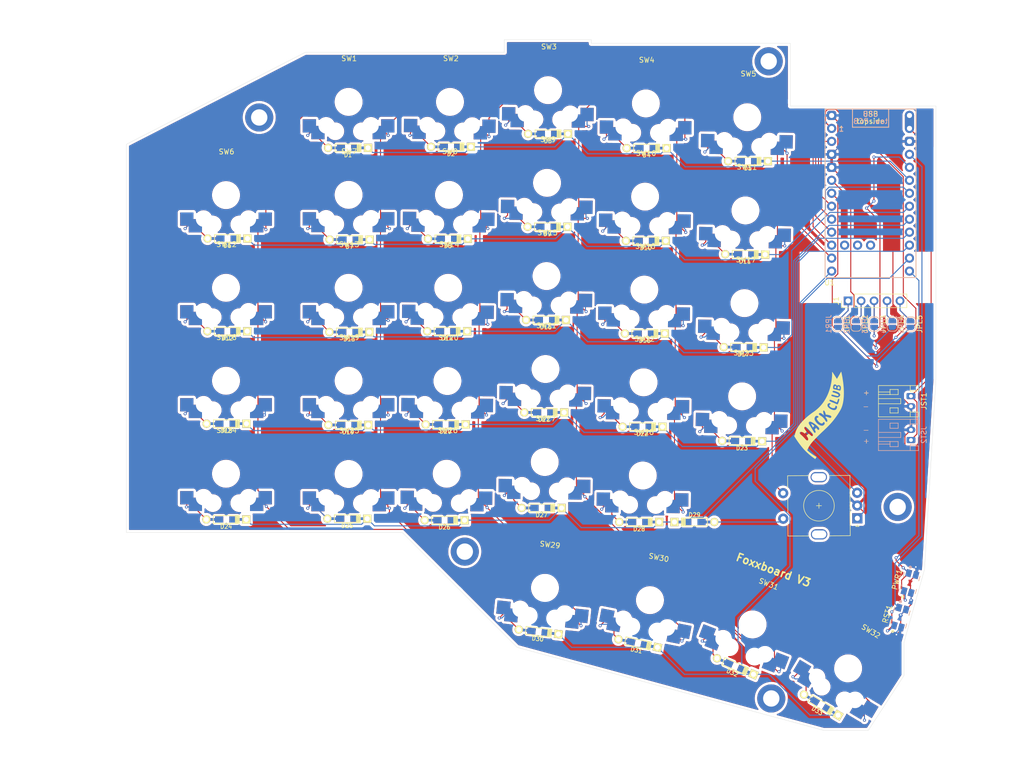
<source format=kicad_pcb>
(kicad_pcb (version 20241229) (generator "pcbnew") (generator_version "9.0")
  (layers (0 "F.Cu" signal) (2 "B.Cu" signal) (13 "F.Paste" user) (15 "B.Paste" user) (5 "F.SilkS" user "F.Silkscreen") (7 "B.SilkS" user "B.Silkscreen") (1 "F.Mask" user) (3 "B.Mask" user) (25 "Edge.Cuts" user))
  (net 0 "")
  (net 1 "Row 1")
  (net 2 "Net-(D1-A)")
  (net 3 "Net-(D2-A)")
  (net 4 "Net-(D3-A)")
  (net 5 "Net-(D4-A)")
  (net 6 "Net-(D5-A)")
  (net 7 "Row 2")
  (net 8 "Net-(D6-A)")
  (net 9 "Net-(D7-A)")
  (net 10 "Net-(D8-A)")
  (net 11 "Net-(D9-A)")
  (net 12 "Net-(D10-A)")
  (net 13 "Net-(D11-A)")
  (net 14 "Net-(D12-A)")
  (net 15 "Row 3")
  (net 16 "Net-(D13-A)")
  (net 17 "Net-(D14-A)")
  (net 18 "Net-(D15-A)")
  (net 19 "Net-(D16-A)")
  (net 20 "Net-(D17-A)")
  (net 21 "Row 4")
  (net 22 "Net-(D18-A)")
  (net 23 "Net-(D19-A)")
  (net 24 "Net-(D20-A)")
  (net 25 "Net-(D21-A)")
  (net 26 "Net-(D22-A)")
  (net 27 "Net-(D23-A)")
  (net 28 "Net-(D24-A)")
  (net 29 "Row 5")
  (net 30 "Net-(D25-A)")
  (net 31 "Net-(D26-A)")
  (net 32 "Net-(D27-A)")
  (net 33 "Net-(D28-A)")
  (net 34 "ENCSWB")
  (net 35 "Net-(D30-A)")
  (net 36 "Row 6")
  (net 37 "Net-(D31-A)")
  (net 38 "Net-(D32-A)")
  (net 39 "Net-(D33-A)")
  (net 40 "Net-(J1-Pin_1)")
  (net 41 "Net-(J1-Pin_4)")
  (net 42 "Net-(J1-Pin_2)")
  (net 43 "Net-(J1-Pin_5)")
  (net 44 "Net-(J1-Pin_3)")
  (net 45 "MOSI")
  (net 46 "SCK")
  (net 47 "+3.3V")
  (net 48 "GND")
  (net 49 "CS")
  (net 50 "+BATT")
  (net 51 "PWR")
  (net 52 "RST")
  (net 53 "Col 2")
  (net 54 "Col 3")
  (net 55 "Col 4")
  (net 56 "Col 5")
  (net 57 "Col 6")
  (net 58 "Col 1")
  (net 59 "ENC B")
  (net 60 "ENC A")
  (footprint "footprints:gateron-ks27-hotswap-reversible" (layer "F.Cu") (at 144 123.5)
    (property "Reference" "SW24")
    (property "Value" "SW_Push")
  )
  (footprint "footprints:Diode-dual" (layer "F.Cu") (at 206.65 93.4)
    (property "Reference" "D15")
    (property "Value" "D" (hide yes))
  )
  (footprint "footprints:gateron-ks27-hotswap-reversible" (layer "F.Cu") (at 168 50.7)
    (property "Reference" "SW1")
    (property "Value" "SW_Push")
  )
  (footprint "footprints:Diode-dual" (layer "F.Cu") (at 224.9 132.95)
    (property "Reference" "D28")
    (property "Value" "D" (hide yes))
  )
  (footprint "footprints:EVQ-P7C-Reversible" (layer "F.Cu") (at 275.970098 151.643357 75)
    (property "Reference" "RST1")
    (property "Value" "SW_Push_45deg")
  )
  (footprint "footprints:gateron-ks27-hotswap-reversible" (layer "F.Cu") (at 246.05 53.7 -0.9)
    (property "Reference" "SW5")
    (property "Value" "SW_Push")
  )
  (footprint "footprints:Diode-dual" (layer "F.Cu") (at 245.05 117.1 -0.6)
    (property "Reference" "D23")
    (property "Value" "D" (hide yes))
  )
  (footprint "footprints:EVQ-P7C-Reversible" (layer "F.Cu") (at 277.892022 144.892507 75)
    (property "Reference" "PWR1")
    (property "Value" "SW_Push_45deg")
  )
  (footprint "footprints:gateron-ks27-hotswap-reversible" (layer "F.Cu") (at 225.75 105.6 -0.6)
    (property "Reference" "SW22")
    (property "Value" "SW_Push")
  )
  (footprint "Jumper:SolderJumper-2_P1.3mm_Open_RoundedPad1.0x1.5mm" (layer "F.Cu") (at 270.9 94.200001 -90)
    (property "Reference" "JPL3")
    (property "Value" "SolderJumper_2_Open")
  )
  (footprint "footprints:gateron-ks27-hotswap-reversible" (layer "F.Cu") (at 168 68.9)
    (property "Reference" "SW7")
    (property "Value" "SW_Push")
  )
  (footprint "footprints:Diode-dual" (layer "F.Cu") (at 144.25 95.6)
    (property "Reference" "D12")
    (property "Value" "D" (hide yes))
  )
  (footprint "footprints:gateron-ks27-hotswap-reversible" (layer "F.Cu") (at 227 148.25 -11.1)
    (property "Reference" "SW30")
    (property "Value" "SW_Push")
  )
  (footprint "footprints:gateron-ks27-hotswap-reversible" (layer "F.Cu") (at 206.85 66.55 -0.6)
    (property "Reference" "SW9")
    (property "Value" "SW_Push")
  )
  (footprint "footprints:gateron-ks27-hotswap-reversible" (layer "F.Cu") (at 245.04843 108.35 -1.2)
    (property "Reference" "SW23")
    (property "Value" "SW_Push")
  )
  (footprint "footprints:gateron-ks27-hotswap-reversible" (layer "F.Cu") (at 144 68.95)
    (property "Reference" "SW6")
    (property "Value" "SW_Push")
  )
  (footprint "footprints:Diode-dual" (layer "F.Cu") (at 144.05 132.45)
    (property "Reference" "D24")
    (property "Value" "D" (hide yes))
  )
  (footprint "footprints:Diode-dual" (layer "F.Cu") (at 224.65 156.7 -11.7)
    (property "Reference" "D31")
    (property "Value" "D" (hide yes))
  )
  (footprint "footprints:gateron-ks27-hotswap-reversible" (layer "F.Cu") (at 187.5 87.1 -0.6)
    (property "Reference" "SW14")
    (property "Value" "SW_Push")
  )
  (footprint "Connector_PinHeader_2.54mm:PinHeader_1x05_P2.54mm_Vertical" (layer "F.Cu") (at 265.8 89.65 90)
    (property "Reference" "J1")
    (property "Value" "Conn_01x05_Pin")
  )
  (footprint "footprints:gateron-ks27-hotswap-reversible" (layer "F.Cu") (at 144 87.1)
    (property "Reference" "SW12")
    (property "Value" "SW_Push")
  )
  (footprint "footprints:gateron-ks27-hotswap-reversible" (layer "F.Cu") (at 265.8 161.6 -30.9)
    (property "Reference" "SW32")
    (property "Value" "SW_Push")
  )
  (footprint "footprints:Diode-dual" (layer "F.Cu") (at 205.2 154.45 -6.6)
    (property "Reference" "D30")
    (property "Value" "D" (hide yes))
  )
  (footprint "Jumper:SolderJumper-2_P1.3mm_Open_RoundedPad1.0x1.5mm" (layer "F.Cu") (at 267.35 94.200001 -90)
    (property "Reference" "JPL2")
    (property "Value" "SolderJumper_2_Open")
  )
  (footprint "Keebio-Parts.pretty-master:MountingHole_3.2mm_M3_ISO14580_Pad" (layer "F.Cu") (at 250.75 167.5)
    (property "Reference" "REF**")
    (property "Value" "MountingHole_3.2mm_M3_ISO14580_Pad" (hide yes))
  )
  (footprint "footprints:Diode-dual" (layer "F.Cu") (at 245.350077 98.73534 -0.6)
    (property "Reference" "D17")
    (property "Value" "D" (hide yes))
  )
  (footprint "footprints:gateron-ks27-hotswap-reversible" (layer "F.Cu") (at 226.2 51 -0.5)
    (property "Reference" "SW4")
    (property "Value" "SW_Push")
  )
  (footprint "footprints:Diode-dual" (layer "F.Cu") (at 243.7 161.2 -23.7)
    (property "Reference" "D32")
    (property "Value" "D" (hide yes))
  )
  (footprint "footprints:Diode-dual" (layer "F.Cu") (at 245.65 80.55 -0.6)
    (property "Reference" "D11")
    (property "Value" "D" (hide yes))
  )
  (footprint "PCM_marbastlib-xp-promicroish:nice_nano_AH_Reversible" (layer "F.Cu") (at 270.19 69.86)
    (property "Reference" "U1")
    (property "Value" "nice_nano_left")
  )
  (footprint "footprints:Diode-dual" (layer "F.Cu") (at 226 96.05)
    (property "Reference" "D16")
    (property "Value" "D" (hide yes))
  )
  (footprint "footprints:gateron-ks27-hotswap-reversible" (layer "F.Cu") (at 168 87.1)
    (property "Reference" "SW13")
    (property "Value" "SW_Push")
  )
  (footprint "footprints:gateron-ks27-hotswap-reversible" (layer "F.Cu") (at 187.65 68.9 -0.6)
    (property "Reference" "SW8")
    (property "Value" "SW_Push")
  )
  (footprint "footprints:Diode-dual" (layer "F.Cu") (at 207.05 56.95)
    (property "Reference" "D3")
    (property "Value" "D" (hide yes))
  )
  (footprint "footprints:Diode-dual" (layer "F.Cu") (at 144.3 77.45)
    (property "Reference" "D6")
    (property "Value" "D" (hide yes))
  )
  (footprint "footprints:gateron-ks27-hotswap-reversible" (layer "F.Cu") (at 225.6 123.85 -0.6)
    (property "Reference" "SW28")
    (property "Value" "SW_Push")
  )
  (footprint "Keebio-Parts.pretty-master:MountingHole_3.2mm_M3_ISO14580_Pad" (layer "F.Cu") (at 250.25 42.75)
    (property "Reference" "REF**")
    (property "Value" "MountingHole_3.2mm_M3_ISO14580_Pad" (hide yes))
  )
  (footprint "Keebio-Parts.pretty-master:RotaryEncoder_EC11" (layer "F.Cu") (at 260.086822 129.763397 -179.7)
    (property "Reference" "SW33")
    (property "Value" "RotaryEncoder_Switch")
  )
  (footprint "footprints:Diode-dual" (layer "F.Cu") (at 168.15 95.75)
    (property "Reference" "D13")
    (property "Value" "D" (hide yes))
  )
  (footprint "Jumper:SolderJumper-2_P1.3mm_Open_RoundedPad1.0x1.5mm" (layer "F.Cu") (at 278 94.200001 -90)
    (property "Reference" "JPL5")
    (property "Value" "SolderJumper_2_Open")
  )
  (footprint "footprints:Diode-dual" (layer "F.Cu") (at 188.05 59.5)
    (property "Reference" "D2")
    (property "Value" "D" (hide yes))
  )
  (footprint "footprints:Diode-dual" (layer "F.Cu") (at 167.9 59.7)
    (property "Reference" "D1")
    (property "Value" "D" (hide yes))
  )
  (footprint "footprints:Diode-dual" (layer "F.Cu") (at 235.7 132.95 180)
    (property "Reference" "D29")
    (property "Value" "D" (hide yes))
  )
  (footprint "footprints:Diode-dual" (layer "F.Cu") (at 206.95 75.15)
    (property "Reference" "D9")
    (property "Value" "D" (hide yes))
  )
  (footprint "footprints:gateron-ks27-hotswap-reversible" (layer "F.Cu") (at 206.45 145.85 -6)
    (property "Reference" "SW29")
    (property "Value" "SW_Push")
  )
  (footprint "footprints:Diode-dual" (layer "F.Cu") (at 186.8 132.6)
    (property "Reference" "D26")
    (property "Value" "D" (hide yes))
  )
  (footprint "footprints:Diode-dual" (layer "F.Cu") (at 187.45 77.5)
    (property "Reference" "D8")
    (property "Value" "D" (hide yes))
  )
  (footprint "footprints:Diode-dual" (layer "F.Cu") (at 167.95 113.95)
    (property "Reference" "D19")
    (property "Value" "D" (hide yes))
  )
  (footprint "Jumper:SolderJumper-2_P1.3mm_Open_RoundedPad1.0x1.5mm" (layer "F.Cu") (at 263.8 94.200001 -90)
    (property "Reference" "JPL1")
    (property "Value" "SolderJumper_2_Open")
  )
  (footprint "footprints:Diode-dual" (layer "F.Cu") (at 246.2 62.3)
    (property "Reference" "D5")
    (property "Value" "D" (hide yes))
  )
  (footprint "footprints:Diode-dual" (layer "F.Cu") (at 205.8 130.2)
    (property "Reference" "D27")
    (property "Value" "D" (hide yes))
  )
  (footprint "footprints:gateron-ks27-hotswap-reversible" (layer "F.Cu") (at 245.7 71.95 -1.2)
    (property "Reference" "SW11")
    (property "Value" "SW_Push")
  )
  (footprint "footprints:gateron-ks27-hotswap-reversible" (layer "F.Cu") (at 245.5 90.1 -1.2)
    (property "Reference" "SW17")
    (property "Value" "SW_Push")
  )
  (footprint "footprints:gateron-ks27-hotswap-reversible" (layer "F.Cu") (at 187.2 123.5 -0.6)
    (property "Reference" "SW26")
    (property "Value" "SW_Push")
  )
  (footprint "footprints:gateron-ks27-hotswap-reversible" (layer "F.Cu") (at 187.85 50.7 -0.5)
    (property "Reference" "SW2")
    (property "Value" "SW_Push")
  )
  (footprint "Keebio-Parts.pretty-master:MountingHole_3.2mm_M3_ISO14580_Pad" (layer "F.Cu") (at 275.5 130)
    (property "Reference" "REF**")
    (property "Value" "MountingHole_3.2mm_M3_ISO14580_Pad" (hide yes))
  )
  (footprint "footprints:Diode-dual" (layer "F.Cu") (at 144.1 113.7)
    (property "Reference" "D18")
    (property "Value" "D" (hide yes))
  )
  (footprint "footprints:Diode-dual" (layer "F.Cu") (at 226.35 59.75)
    (property "Reference" "D4")
    (property "Value" "D" (hide yes))
  )
  (footprint "Keebio-Parts.pretty-master:MountingHole_3.2mm_M3_ISO14580_Pad" (layer "F.Cu") (at 150.5 53.75)
    (property "Reference" "REF**")
    (property "Value" "MountingHole_3.2mm_M3_ISO14580_Pad" (hide yes))
  )
  (footprint "footprints:Diode-dual" (layer "F.Cu") (at 168.2 77.65)
    (property "Reference" "D7")
    (property "Value" "D" (hide yes))
  )
  (footprint "footprints:gateron-ks27-hotswap-reversible" (layer "F.Cu") (at 206.75 84.8 -0.6)
    (property "Reference" "SW15")
    (property "Value" "SW_Push")
  )
  (footprint "footprints:gateron-ks27-hotswap-reversible" (layer "F.Cu") (at 247.1 153 -21)
    (property "Reference" "SW31")
    (property "Value" "SW_Push")
  )
  (footprint "footprints:Diode-dual" (layer "F.Cu") (at 167.75 132.3)
    (property "Reference" "D25")
    (property "Value" "D" (hide yes))
  )
  (footprint "footprints:gateron-ks27-hotswap-reversible" (layer "F.Cu") (at 207.05 48.4 -0.5)
    (property "Reference" "SW3")
    (property "Value" "SW_Push")
  )
  (footprint "footprints:gateron-ks27-hotswap-reversible" (layer "F.Cu") (at 144 105.3)
    (property "Reference" "SW18")
    (property "Value" "SW_Push")
  )
  (footprint "Keebio-Parts.pretty-master:MountingHole_3.2mm_M3_ISO14580_Pad" (layer "F.Cu") (at 190.75 138.75)
    (property "Reference" "REF**")
    (property "Value" "MountingHole_3.2mm_M3_ISO14580_Pad" (hide yes))
  )
  (footprint "footprints:gateron-ks27-hotswap-reversible" (layer "F.Cu") (at 225.9 87.45 -0.6)
    (property "Reference" "SW16")
    (property "Value" "SW_Push")
  )
  (footprint "footprints:Diode-dual" (layer "F.Cu") (at 225.55 114.3)
    (property "Reference" "D22")
    (property "Value" "D" (hide yes))
  )
  (footprint "footprints:gateron-ks27-hotswap-reversible" (layer "F.Cu") (at 226.05 69.25 -0.6)
    (property "Reference" "SW10")
    (property "Value" "SW_Push")
  )
  (footprint "footprints:Diode-dual" (layer "F.Cu") (at 187.3 95.6)
    (property "Reference" "D14")
    (property "Value" "D" (hide yes))
  )
  (footprint "Jumper:SolderJumper-2_P1.3mm_Open_RoundedPad1.0x1.5mm" (layer "F.Cu") (at 274.45 94.200001 -90)
    (property "Reference" "JPL4")
    (property "Value" "SolderJumper_2_Open")
  )
  (footprint "footprints:gateron-ks27-hotswap-reversible" (layer "F.Cu") (at 206.4 121.2 -0.6)
    (property "Reference" "SW27")
    (property "Value" "SW_Push")
  )
  (footprint "footprints:gateron-ks27-hotswap-reversible" (layer "F.Cu") (at 168 105.3)
    (property "Reference" "SW19")
    (property "Value" "SW_Push")
  )
  (footprint "footprints:Diode-dual" (layer "F.Cu") (at 206.3 111.5)
    (property "Reference" "D21")
    (property "Value" "D" (hide yes))
  )
  (footprint "footprints:Diode-dual" (layer "F.Cu") (at 187 113.85)
    (property "Reference" "D20")
    (property "Value" "D" (hide yes))
  )
  (footprint "Connector_JST:JST_PH_S2B-PH-K_1x02_P2.00mm_Horizontal" (layer "F.Cu") (at 278.1 108.3 -90)
    (property "Reference" "JST1")
    (property "Value" "Conn_01x02_Pin")
  )
  (footprint "footprints:gateron-ks27-hotswap-reversible" (layer "F.Cu") (at 187.35 105.35 -0.6)
    (property "Reference" "SW20")
    (property "Value" "SW_Push")
  )
  (footprint "footprints:Diode-dual" (layer "F.Cu") (at 260.5 168.75 -31.2)
    (property "Reference" "D33")
    (property "Value" "D" (hide yes))
  )
  (footprint "footprints:gateron-ks27-hotswap-reversible" (layer "F.Cu") (at 168 123.55)
    (property "Reference" "SW25")
    (property "Value" "SW_Push")
  )
  (footprint "footprints:gateron-ks27-hotswap-reversible" (layer "F.Cu") (at 206.55 103 -0.6)
    (property "Reference" "SW21")
    (property "Value" "SW_Push")
  )
  (footprint "footprints:Diode-dual" (layer "F.Cu") (at 226.2 77.9)
    (property "Reference" "D10")
    (property "Value" "D" (hide yes))
  )
  (footprint "Jumper:SolderJumper-2_P1.3mm_Open_RoundedPad1.0x1.5mm" (layer "B.Cu") (at 278 94.2 -90)
    (property "Reference" "JPR5")
    (property "Value" "SolderJumper_2_Open")
  )
  (footprint "Jumper:SolderJumper-2_P1.3mm_Open_RoundedPad1.0x1.5mm" (layer "B.Cu") (at 267.35 94.2 -90)
    (property "Reference" "JPR2")
    (property "Value" "SolderJumper_2_Open")
  )
  (footprint "Jumper:SolderJumper-2_P1.3mm_Open_RoundedPad1.0x1.5mm" (layer "B.Cu") (at 263.8 94.2 -90)
    (property "Reference" "JPR1")
    (property "Value" "SolderJumper_2_Open")
  )
  (footprint "Jumper:SolderJumper-2_P1.3mm_Open_RoundedPad1.0x1.5mm" (layer "B.Cu") (at 274.45 94.2 -90)
    (property "Reference" "JPR4")
    (property "Value" "SolderJumper_2_Open")
  )
  (footprint "Jumper:SolderJumper-2_P1.3mm_Open_RoundedPad1.0x1.5mm" (layer "B.Cu") (at 270.9 94.2 -90)
    (property "Reference" "JPR3")
    (property "Value" "SolderJumper_2_Open")
  )
  (footprint "Connector_JST:JST_PH_S2B-PH-K_1x02_P2.00mm_Horizontal" (layer "B.Cu") (at 278.1 116.9 90)
    (property "Reference" "JST2")
    (property "Value" "Conn_01x02_Pin")
  )
  (gr_poly (pts (xy 255.25 116) (xy 255.253224 115.995155) (xy 255.256765 115.990292) (xy 255.26052 115.985714) (xy 255.264366 115.981722) (xy 255.268299 115.978295) (xy 255.272305 115.975415) (xy 255.276382 115.973059) (xy 255.280521 115.971208) (xy 255.284712 115.969841) (xy 255.288947 115.968941) (xy 255.293217 115.968484) (xy 255.297518 115.968455) (xy 255.301837 115.96883) (xy 255.306171 115.969589) (xy 255.31051 115.970714) (xy 255.314841 115.972187) (xy 255.319165 115.973983) (xy 255.323466 115.976086) (xy 255.32774 115.978473) (xy 255.331977 115.981128) (xy 255.336171 115.984028) (xy 255.340313 115.987153) (xy 255.344394 115.990484) (xy 255.348409 115.994001) (xy 255.356198 116.001511) (xy 255.363619 116.009526) (xy 255.370604 116.017887) (xy 255.377093 116.026433) (xy 255.383017 116.035002) (xy 255.538651 116.260084) (xy 255.707014 116.495043) (xy 255.927468 116.793123) (xy 256.193804 117.140451) (xy 256.342239 117.328249) (xy 256.499818 117.523161) (xy 256.665765 117.723449) (xy 256.839302 117.927382) (xy 257.019657 118.133223) (xy 257.206051 118.339241) (xy 257.398616 118.540405) (xy 257.596448 118.732515) (xy 257.797229 118.915101) (xy 257.998634 119.087691) (xy 258.198343 119.249811) (xy 258.394033 119.400988) (xy 258.764073 119.668623) (xy 259.090179 119.886811) (xy 259.35378 120.051775) (xy 259.619171 120.206887) (xy 259.374459 120.63074) (xy 259.277614 120.571662) (xy 259.095989 120.448852) (xy 258.844189 120.266708) (xy 258.53682 120.02964) (xy 258.366865 119.891884) (xy 258.188494 119.742051) (xy 258.003537 119.580688) (xy 257.813816 119.408346) (xy 257.621159 119.225576) (xy 257.427391 119.032933) (xy 257.234339 118.830961) (xy 257.043833 118.620215) (xy 256.677686 118.185758) (xy 256.338216 117.752928) (xy 256.032074 117.337826) (xy 255.765918 116.956549) (xy 255.546404 116.625198) (xy 255.380186 116.359876) (xy 255.273924 116.176678) (xy 255.234268 116.091706) (xy 255.233613 116.089479) (xy 255.232958 116.086802) (xy 255.232226 116.083173) (xy 255.231527 116.078657) (xy 255.230969 116.073327) (xy 255.230773 116.07038) (xy 255.230655 116.067253) (xy 255.230624 116.063957) (xy 255.230699 116.060499) (xy 255.230887 116.056888) (xy 255.231206 116.053135) (xy 255.231665 116.049246) (xy 255.232282 116.045231) (xy 255.233069 116.041097) (xy 255.234039 116.036854) (xy 255.235204 116.03251) (xy 255.236579 116.028075) (xy 255.23818 116.023554) (xy 255.240017 116.018961) (xy 255.242103 116.014297) (xy 255.244456 116.009578) (xy 255.247081 116.00481)) (stroke (width -0.000001)) (fill yes) (layer "F.SilkS"))
  (gr_poly (pts (xy 258.580973 113.761837) (xy 258.581716 113.760789) (xy 258.582507 113.759793) (xy 258.589976 113.75399) (xy 258.60002 113.75101) (xy 258.612453 113.750678) (xy 258.627092 113.75282) (xy 258.64375 113.757265) (xy 258.662248 113.763842) (xy 258.70401 113.782687) (xy 258.750909 113.807976) (xy 258.801468 113.838327) (xy 258.85421 113.87235) (xy 258.90766 113.908667) (xy 259.010795 113.982643) (xy 259.099069 114.049186) (xy 259.183846 114.115702) (xy 258.898774 114.459213) (xy 258.576029 113.78238) (xy 258.576032 113.780538) (xy 258.57609 113.778753) (xy 258.576205 113.777029) (xy 258.576375 113.775364) (xy 258.576598 113.773755) (xy 258.576874 113.772206) (xy 258.577203 113.770713) (xy 258.577587 113.769278) (xy 258.578022 113.767898) (xy 258.578509 113.766577) (xy 258.57905 113.765311) (xy 258.57964 113.764097) (xy 258.580281 113.76294)) (stroke (width -0.000001)) (fill yes) (layer "F.SilkS"))
  (gr_poly (pts (xy 255.975874 114.352504) (xy 256.185265 114.037506) (xy 256.436922 113.703514) (xy 256.579806 113.529818) (xy 256.734699 113.351886) (xy 256.902084 113.169882) (xy 257.082448 112.983981) (xy 257.276269 112.79435) (xy 257.484026 112.601162) (xy 257.706206 112.404585) (xy 257.943288 112.204789) (xy 258.195754 112.001943) (xy 258.464085 111.796221) (xy 258.748766 111.58779) (xy 259.050275 111.376819) (xy 259.374872 111.141912) (xy 259.679589 110.895993) (xy 259.965045 110.640115) (xy 260.231865 110.375321) (xy 260.480673 110.102668) (xy 260.71209 109.823196) (xy 260.926745 109.53796) (xy 261.125253 109.248006) (xy 261.308244 108.954386) (xy 261.476335 108.658147) (xy 261.630153 108.360335) (xy 261.770319 108.062005) (xy 261.897458 107.764202) (xy 262.012191 107.467976) (xy 262.115144 107.174374) (xy 262.206935 106.884447) (xy 262.359538 106.319813) (xy 262.474982 105.782463) (xy 262.558251 105.280789) (xy 262.614329 104.823182) (xy 262.648206 104.418034) (xy 262.664859 104.073736) (xy 262.666443 103.601254) (xy 262.666515 103.598708) (xy 262.666883 103.596236) (xy 262.667524 103.593848) (xy 262.668425 103.591544) (xy 262.669572 103.589332) (xy 262.670944 103.587214) (xy 262.672527 103.585198) (xy 262.674305 103.583287) (xy 262.676259 103.581486) (xy 262.678375 103.579798) (xy 262.680635 103.578232) (xy 262.683022 103.576789) (xy 262.685524 103.575478) (xy 262.688121 103.574297) (xy 262.690795 103.573257) (xy 262.693533 103.572362) (xy 262.696317 103.571612) (xy 262.699131 103.571016) (xy 262.701959 103.570583) (xy 262.704783 103.570307) (xy 262.707588 103.570202) (xy 262.710356 103.570269) (xy 262.713073 103.570513) (xy 262.71572 103.570941) (xy 262.718281 103.571553) (xy 262.720744 103.572359) (xy 262.723086 103.57336) (xy 262.725295 103.574564) (xy 262.727352 103.575973) (xy 262.729243 103.577592) (xy 262.730948 103.579429) (xy 262.732453 103.581486) (xy 263.574915 104.88828) (xy 263.576209 104.89015) (xy 263.577593 104.891898) (xy 263.579062 104.893524) (xy 263.580614 104.895027) (xy 263.582238 104.896407) (xy 263.58393 104.897663) (xy 263.585681 104.8988) (xy 263.58749 104.899813) (xy 263.589345 104.900702) (xy 263.591242 104.901473) (xy 263.593175 104.902118) (xy 263.595139 104.90264) (xy 263.597124 104.903043) (xy 263.599127 104.903324) (xy 263.601141 104.90348) (xy 263.603158 104.903517) (xy 263.60517 104.90343) (xy 263.607178 104.903221) (xy 263.609169 104.902891) (xy 263.61114 104.902439) (xy 263.613083 104.901866) (xy 263.614993 104.901169) (xy 263.616863 104.900353) (xy 263.618685 104.899415) (xy 263.620456 104.898354) (xy 263.622167 104.897172) (xy 263.623813 104.895868) (xy 263.625388 104.894443) (xy 263.626884 104.892897) (xy 263.628296 104.891229) (xy 263.629619 104.889439) (xy 263.630844 104.887528) (xy 263.921962 104.392795) (xy 264.149882 103.997987) (xy 264.406455 103.544905) (xy 264.407895 103.542541) (xy 264.409458 103.540342) (xy 264.411139 103.538307) (xy 264.412929 103.536439) (xy 264.414813 103.534735) (xy 264.416787 103.533197) (xy 264.418835 103.531826) (xy 264.420953 103.530616) (xy 264.423128 103.529572) (xy 264.425351 103.528692) (xy 264.42761 103.527974) (xy 264.429896 103.527421) (xy 264.432199 103.52703) (xy 264.43451 103.526801) (xy 264.436816 103.526736) (xy 264.439113 103.526831) (xy 264.441386 103.527091) (xy 264.443627 103.52751) (xy 264.445826 103.528091) (xy 264.447969 103.528832) (xy 264.450053 103.529736) (xy 264.452063 103.530799) (xy 264.453991 103.532021) (xy 264.455826 103.533404) (xy 264.457559 103.534946) (xy 264.45918 103.536648) (xy 264.460679 103.53851) (xy 264.462044 103.540527) (xy 264.463269 103.542706) (xy 264.46434 103.54504) (xy 264.465249 103.547535) (xy 264.465986 103.550187) (xy 264.557257 103.963326) (xy 264.690821 104.668978) (xy 264.829203 105.595839) (xy 264.888489 106.11994) (xy 264.934925 106.672609) (xy 264.963827 107.244929) (xy 264.97051 107.827989) (xy 264.950292 108.412875) (xy 264.898488 108.990678) (xy 264.810411 109.552483) (xy 264.751306 109.824601) (xy 264.681378 110.089377) (xy 264.600037 110.345697) (xy 264.506701 110.592449) (xy 264.400786 110.828517) (xy 264.281703 111.052787) (xy 264.011068 111.506096) (xy 263.742151 111.927185) (xy 263.474833 112.318717) (xy 263.209009 112.683353) (xy 262.944563 113.02375) (xy 262.681379 113.34257) (xy 262.41935 113.642473) (xy 262.158359 113.926123) (xy 261.898294 114.196175) (xy 261.639042 114.455295) (xy 261.122533 114.951368) (xy 260.607922 115.435626) (xy 260.09431 115.929353) (xy 259.906489 116.116523) (xy 261.522803 113.316985) (xy 261.540899 113.325584) (xy 261.558857 113.331668) (xy 261.576552 113.335252) (xy 261.593857 113.336354) (xy 261.610648 113.334992) (xy 261.626802 113.331181) (xy 261.642192 113.324939) (xy 261.656694 113.316283) (xy 261.670184 113.30523) (xy 261.682536 113.291797) (xy 261.693622 113.276002) (xy 261.703323 113.257859) (xy 261.711511 113.237386) (xy 261.71806 113.214602) (xy 261.722848 113.189524) (xy 261.725745 113.162166) (xy 261.726632 113.132548) (xy 261.725381 113.100686) (xy 261.721867 113.066597) (xy 261.715967 113.030298) (xy 261.707555 112.991804) (xy 261.696504 112.951134) (xy 261.682694 112.908306) (xy 261.665994 112.863335) (xy 261.646283 112.81624) (xy 261.623436 112.767036) (xy 261.61101 112.742269) (xy 261.595624 112.715737) (xy 261.577796 112.687903) (xy 261.558051 112.659231) (xy 261.5369 112.630184) (xy 261.514867 112.601229) (xy 261.470228 112.545444) (xy 261.428282 112.495594) (xy 261.393182 112.455389) (xy 261.36012 112.418769) (xy 261.418572 112.284841) (xy 261.719762 112.381276) (xy 261.973602 112.467465) (xy 262.090562 112.510034) (xy 262.187256 112.548434) (xy 262.207736 112.555629) (xy 262.228668 112.560695) (xy 262.249906 112.563711) (xy 262.271297 112.564757) (xy 262.292701 112.563915) (xy 262.31396 112.561261) (xy 262.334933 112.556873) (xy 262.35547 112.550836) (xy 262.375419 112.543226) (xy 262.394634 112.534122) (xy 262.412971 112.523605) (xy 262.430275 112.511752) (xy 262.4464 112.498644) (xy 262.461199 112.484362) (xy 262.474522 112.468981) (xy 262.486223 112.452585) (xy 262.496149 112.435252) (xy 262.504157 112.41706) (xy 262.510095 112.398087) (xy 262.513819 112.378417) (xy 262.515174 112.358126) (xy 262.514017 112.337295) (xy 262.510199 112.316004) (xy 262.503568 112.294328) (xy 262.493982 112.272352) (xy 262.481287 112.250153) (xy 262.465337 112.227809) (xy 262.445982 112.205403) (xy 262.423076 112.183009) (xy 262.396469 112.160712) (xy 262.366014 112.138587) (xy 262.331562 112.116716) (xy 262.275244 112.092674) (xy 262.212567 112.069346) (xy 262.143464 112.046807) (xy 262.067863 112.025125) (xy 261.985696 112.004375) (xy 261.896895 111.984625) (xy 261.80139 111.965944) (xy 261.699109 111.948408) (xy 261.671187 111.943611) (xy 262.329248 110.803813) (xy 262.398136 110.842692) (xy 262.451025 110.870092) (xy 262.503212 110.895439) (xy 262.554663 110.918725) (xy 262.605348 110.939948) (xy 262.655233 110.959098) (xy 262.704291 110.976169) (xy 262.752483 110.991156) (xy 262.799781 111.00405) (xy 262.846153 111.014847) (xy 262.891565 111.023538) (xy 262.935985 111.030117) (xy 262.979384 111.034579) (xy 263.021726 111.036919) (xy 263.062982 111.037125) (xy 263.103118 111.035195) (xy 263.142101 111.03112) (xy 263.179902 111.024896) (xy 263.216489 111.016513) (xy 263.251825 111.005967) (xy 263.285884 110.993249) (xy 263.31863 110.978356) (xy 263.350033 110.961281) (xy 263.380058 110.942013) (xy 263.408678 110.92055) (xy 263.435857 110.896885) (xy 263.461563 110.871008) (xy 263.485764 110.842917) (xy 263.508432 110.812601) (xy 263.529529 110.780058) (xy 263.549028 110.745279) (xy 263.566891 110.708256) (xy 263.583091 110.668985) (xy 263.597002 110.629632) (xy 263.608119 110.592337) (xy 263.616593 110.557057) (xy 263.622572 110.523738) (xy 263.626203 110.492341) (xy 263.627635 110.462815) (xy 263.627016 110.435111) (xy 263.624495 110.409186) (xy 263.620222 110.384988) (xy 263.61434 110.362475) (xy 263.606999 110.341596) (xy 263.59835 110.322307) (xy 263.58854 110.304559) (xy 263.577713 110.288303) (xy 263.566025 110.273497) (xy 263.553618 110.260088) (xy 263.540642 110.248035) (xy 263.527245 110.237288) (xy 263.513574 110.227797) (xy 263.499782 110.219518) (xy 263.486012 110.212406) (xy 263.472415 110.20641) (xy 263.459138 110.201484) (xy 263.446329 110.197581) (xy 263.434137 110.194654) (xy 263.422709 110.192657) (xy 263.412197 110.191542) (xy 263.402742 110.191261) (xy 263.394501 110.191768) (xy 263.387613 110.193015) (xy 263.382236 110.194956) (xy 263.378509 110.197544) (xy 263.373801 110.201804) (xy 263.368809 110.205564) (xy 263.35808 110.213018) (xy 263.352394 110.217433) (xy 263.346532 110.222786) (xy 263.340522 110.229435) (xy 263.334387 110.237739) (xy 263.328155 110.24806) (xy 263.321854 110.260754) (xy 263.315513 110.276185) (xy 263.309154 110.294709) (xy 263.302805 110.316686) (xy 263.296495 110.342475) (xy 263.290251 110.372436) (xy 263.284098 110.40693) (xy 263.280724 110.425034) (xy 263.276702 110.442456) (xy 263.272025 110.459196) (xy 263.266678 110.475254) (xy 263.260653 110.490628) (xy 263.253942 110.505316) (xy 263.246531 110.519318) (xy 263.238411 110.532634) (xy 263.229574 110.545261) (xy 263.220007 110.5572) (xy 263.209699 110.568448) (xy 263.198644 110.579005) (xy 263.186826 110.588872) (xy 263.174238 110.598045) (xy 263.160871 110.606523) (xy 263.146712 110.614305) (xy 263.131752 110.621395) (xy 263.11598 110.627783) (xy 263.099386 110.633476) (xy 263.081961 110.638467) (xy 263.063692 110.64276) (xy 263.044573 110.646351) (xy 263.024589 110.64924) (xy 263.003732 110.651426) (xy 262.981988 110.652909) (xy 262.959354 110.653685) (xy 262.911362 110.653118) (xy 262.859672 110.649717) (xy 262.804197 110.643475) (xy 262.76399 110.636566) (xy 262.721052 110.626867) (xy 262.67593 110.61445) (xy 262.629177 110.599379) (xy 262.58134 110.581728) (xy 262.532967 110.561559) (xy 262.484608 110.538944) (xy 262.436811 110.513952) (xy 262.390128 110.486649) (xy 262.345102 110.457106) (xy 262.302284 110.425389) (xy 262.262226 110.391567) (xy 262.225474 110.355707) (xy 262.192578 110.317881) (xy 262.177746 110.298249) (xy 262.164083 110.278153) (xy 262.15166 110.257599) (xy 262.140544 110.236594) (xy 262.13758 110.230352) (xy 262.134831 110.224251) (xy 262.132288 110.218291) (xy 262.129944 110.21247) (xy 262.127789 110.206786) (xy 262.125817 110.201241) (xy 262.122387 110.190558) (xy 262.119589 110.18041) (xy 262.117359 110.170789) (xy 262.115636 110.161688) (xy 262.114353 110.153097) (xy 262.113447 110.145007) (xy 262.112854 110.137409) (xy 262.112511 110.130295) (xy 262.112351 110.123659) (xy 262.112292 110.101689) (xy 262.112324 110.092622) (xy 262.112845 110.083841) (xy 262.113825 110.075341) (xy 262.115239 110.067124) (xy 262.117055 110.059188) (xy 262.119246 110.05153) (xy 262.121785 110.044153) (xy 262.124641 110.037053) (xy 262.127786 110.03023) (xy 262.131193 110.023682) (xy 262.134831 110.017412) (xy 262.138673 110.011414) (xy 262.142691 110.00569) (xy 262.146856 110.000237) (xy 262.151138 109.995057) (xy 262.15551 109.990147) (xy 262.159945 109.985505) (xy 262.164411 109.981134) (xy 262.173329 109.973187) (xy 262.182035 109.966304) (xy 262.190302 109.960475) (xy 262.197901 109.955693) (xy 262.204606 109.95195) (xy 262.210185 109.949239) (xy 262.214413 109.947549) (xy 262.238064 109.936399) (xy 262.259407 109.925185) (xy 262.278507 109.913928) (xy 262.29543 109.902656) (xy 262.310242 109.891395) (xy 262.323011 109.88017) (xy 262.333797 109.869004) (xy 262.342669 109.857924) (xy 262.349691 109.846958) (xy 262.354933 109.836127) (xy 262.358454 109.825458) (xy 262.360327 109.814978) (xy 262.36061 109.804713) (xy 262.359374 109.794683) (xy 262.356681 109.784918) (xy 262.352601 109.775444) (xy 262.347196 109.766283) (xy 262.340532 109.757464) (xy 262.332675 109.74901) (xy 262.323692 109.740946) (xy 262.31365 109.733299) (xy 262.302608 109.726095) (xy 262.290637 109.719359) (xy 262.277802 109.713114) (xy 262.264168 109.707386) (xy 262.249798 109.702204) (xy 262.234765 109.697591) (xy 262.219126 109.693571) (xy 262.202953 109.690169) (xy 262.186306 109.687416) (xy 262.169256 109.68533) (xy 262.151865 109.683942) (xy 262.12223 109.687255) (xy 262.093609 109.691615) (xy 262.069441 109.696352) (xy 262.283201 109.326111) (xy 262.325103 109.348794) (xy 262.370784 109.371755) (xy 262.471731 109.41835) (xy 262.582545 109.465575) (xy 262.699726 109.513109) (xy 262.939189 109.607814) (xy 263.054474 109.654344) (xy 263.16213 109.699899) (xy 263.45788 109.831302) (xy 263.510567 109.854009) (xy 263.561788 109.875046) (xy 263.61506 109.895613) (xy 263.673902 109.916903) (xy 263.689729 109.91967) (xy 263.705789 109.917178) (xy 263.722029 109.909758) (xy 263.738405 109.897744) (xy 263.754865 109.881475) (xy 263.771362 109.86128) (xy 263.787851 109.837497) (xy 263.804282 109.810457) (xy 263.836771 109.747955) (xy 263.868451 109.676447) (xy 263.898933 109.598612) (xy 263.927834 109.517122) (xy 263.979346 109.353892) (xy 264.019907 109.208162) (xy 264.046436 109.101344) (xy 264.05585 109.054844) (xy 264.056212 109.049465) (xy 264.057325 109.042602) (xy 264.060876 109.024872) (xy 264.062846 109.014225) (xy 264.064633 109.002538) (xy 264.066005 108.989922) (xy 264.066728 108.976484) (xy 264.066569 108.962339) (xy 264.066084 108.955037) (xy 264.065292 108.947597) (xy 264.064161 108.940037) (xy 264.062664 108.932366) (xy 264.060772 108.924605) (xy 264.058454 108.916761) (xy 264.055682 108.908852) (xy 264.052424 108.900889) (xy 264.048657 108.892887) (xy 264.044346 108.884861) (xy 264.039462 108.876824) (xy 264.033979 108.86879) (xy 264.027867 108.86077) (xy 264.021096 108.852782) (xy 264.01436 108.844918) (xy 264.007257 108.838391) (xy 263.999823 108.83315) (xy 263.992087 108.829148) (xy 263.984088 108.826334) (xy 263.97586 108.824656) (xy 263.967431 108.824066) (xy 263.958839 108.824514) (xy 263.950118 108.825949) (xy 263.941299 108.828321) (xy 263.932419 108.831583) (xy 263.923509 108.835682) (xy 263.914605 108.840567) (xy 263.905738 108.846191) (xy 263.888257 108.859451) (xy 263.871335 108.875063) (xy 263.85524 108.892628) (xy 263.840245 108.911744) (xy 263.826621 108.932012) (xy 263.814633 108.953035) (xy 263.804554 108.974408) (xy 263.796655 108.995736) (xy 263.791201 109.016616) (xy 263.778636 109.069227) (xy 263.758554 109.139921) (xy 263.732545 109.221178) (xy 263.71781 109.263417) (xy 263.702189 109.305475) (xy 263.685878 109.346414) (xy 263.669075 109.385291) (xy 263.651977 109.421168) (xy 263.634783 109.453104) (xy 263.617692 109.48016) (xy 263.609248 109.491565) (xy 263.600904 109.501394) (xy 263.592683 109.509534) (xy 263.58461 109.515867) (xy 263.576714 109.520274) (xy 263.569015 109.522638) (xy 263.548196 109.520962) (xy 263.516798 109.511374) (xy 263.475863 109.494842) (xy 263.426438 109.472335) (xy 263.16469 109.342) (xy 263.009999 109.266235) (xy 262.850567 109.193758) (xy 262.771682 109.161178) (xy 262.694743 109.132336) (xy 262.620791 109.108197) (xy 262.550873 109.089735) (xy 262.5285 109.081435) (xy 262.506834 109.073777) (xy 262.485867 109.066748) (xy 262.465591 109.060336) (xy 262.445999 109.054523) (xy 262.427087 109.049302) (xy 262.408844 109.044655) (xy 262.391264 109.04057) (xy 262.374343 109.037035) (xy 262.358067 109.034036) (xy 262.342436 109.031559) (xy 262.327438 109.029592) (xy 262.313068 109.028121) (xy 262.299321 109.027133) (xy 262.286185 109.026617) (xy 262.273655 109.026555) (xy 262.261726 109.026937) (xy 262.250389 109.027749) (xy 262.239636 109.028978) (xy 262.22946 109.030613) (xy 262.219856 109.032636) (xy 262.210816 109.035036) (xy 262.202332 109.037801) (xy 262.194398 109.04092) (xy 262.187005 109.044373) (xy 262.180148 109.04815) (xy 262.173818 109.05224) (xy 262.16801 109.056627) (xy 262.162715 109.061299) (xy 262.157927 109.066242) (xy 262.153637 109.071444) (xy 262.149841 109.07689) (xy 262.149842 109.07689) (xy 262.146124 109.083344) (xy 262.143021 109.090076) (xy 262.140517 109.097067) (xy 262.138608 109.104297) (xy 262.137279 109.111748) (xy 262.136522 109.119401) (xy 262.136325 109.127238) (xy 262.136677 109.135235) (xy 262.137572 109.143379) (xy 262.138993 109.151645) (xy 262.143385 109.168477) (xy 262.14977 109.185576) (xy 262.158066 109.20279) (xy 262.168186 109.219961) (xy 262.180051 109.23694) (xy 262.193577 109.25357) (xy 262.208679 109.269698) (xy 262.225276 109.285169) (xy 262.243283 109.299832) (xy 262.262621 109.313529) (xy 262.283201 109.326111) (xy 262.069441 109.696352) (xy 262.066016 109.697024) (xy 262.039473 109.703486) (xy 262.013997 109.711009) (xy 261.989605 109.719595) (xy 261.966319 109.729249) (xy 261.94415 109.739977) (xy 261.923121 109.751783) (xy 261.903249 109.764672) (xy 261.884551 109.778649) (xy 261.867048 109.793717) (xy 261.850754 109.809883) (xy 261.835688 109.827149) (xy 261.821869 109.845521) (xy 261.809316 109.865006) (xy 261.800438 109.880932) (xy 261.792345 109.897533) (xy 261.785046 109.914814) (xy 261.778548 109.932779) (xy 261.772861 109.951424) (xy 261.767992 109.970758) (xy 261.763951 109.990777) (xy 261.760743 110.01149) (xy 261.758379 110.032891) (xy 261.756867 110.054992) (xy 261.756216 110.077786) (xy 261.756432 110.101279) (xy 261.757526 110.125473) (xy 261.759505 110.150371) (xy 261.762376 110.175975) (xy 261.766153 110.202286) (xy 261.778132 110.241561) (xy 261.793532 110.281187) (xy 261.812406 110.321113) (xy 261.834805 110.361284) (xy 261.860787 110.401645) (xy 261.890401 110.442144) (xy 261.923701 110.482723) (xy 261.960742 110.523332) (xy 262.001578 110.563912) (xy 262.04626 110.604413) (xy 262.094842 110.644779) (xy 262.14738 110.684956) (xy 262.203924 110.724892) (xy 262.264528 110.764529) (xy 262.329248 110.803813) (xy 261.671187 111.943611) (xy 261.66664 111.942829) (xy 261.632215 111.938016) (xy 261.591144 111.93378) (xy 261.5694 111.932325) (xy 261.547536 111.931558) (xy 261.526064 111.931652) (xy 261.505498 111.932796) (xy 261.486353 111.935162) (xy 261.477475 111.936863) (xy 261.469143 111.938936) (xy 261.461423 111.941404) (xy 261.454381 111.944293) (xy 261.448077 111.947623) (xy 261.442579 111.951418) (xy 261.41479 111.852277) (xy 261.383549 111.748006) (xy 261.343848 111.624739) (xy 261.298021 111.49558) (xy 261.273538 111.432887) (xy 261.248395 111.373631) (xy 261.222884 111.319457) (xy 261.197298 111.271999) (xy 261.171927 111.232895) (xy 261.159412 111.216987) (xy 261.147061 111.203784) (xy 261.121263 111.18081) (xy 261.095465 111.161566) (xy 261.070031 111.146501) (xy 261.057568 111.140682) (xy 261.045332 111.13608) (xy 261.033372 111.132751) (xy 261.021733 111.130756) (xy 261.010461 111.130147) (xy 260.999603 111.130987) (xy 260.989202 111.133327) (xy 260.979305 111.137229) (xy 260.969958 111.142747) (xy 260.96121 111.14994) (xy 260.953102 111.158865) (xy 260.945683 111.169577) (xy 260.938997 111.182137) (xy 260.93309 111.1966) (xy 260.928009 111.213021) (xy 260.923801 111.23146) (xy 260.920509 111.251975) (xy 260.918181 111.274619) (xy 260.916862 111.299454) (xy 260.916596 111.326533) (xy 260.917433 111.355916) (xy 260.919417 111.387658) (xy 260.922593 111.421816) (xy 260.927009 111.458452) (xy 260.932705 111.497618) (xy 260.939735 111.539373) (xy 260.947391 111.581347) (xy 260.954923 111.621177) (xy 260.962327 111.658914) (xy 260.969593 111.694614) (xy 260.97671 111.728326) (xy 260.983675 111.760106) (xy 260.990478 111.790007) (xy 260.997112 111.818082) (xy 261.003567 111.844384) (xy 261.009836 111.868966) (xy 261.015912 111.891884) (xy 261.021787 111.913192) (xy 261.027454 111.932936) (xy 261.0329 111.951176) (xy 261.038123 111.967964) (xy 261.043113 111.983352) (xy 261.052362 112.010146) (xy 261.060582 112.031982) (xy 261.067712 112.049286) (xy 261.073686 112.062491) (xy 261.078445 112.072016) (xy 261.081921 112.078293) (xy 261.08478 112.082801) (xy 261.036113 112.039554) (xy 260.980893 111.992348) (xy 260.910067 111.934184) (xy 260.827379 111.869626) (xy 260.736564 111.803248) (xy 260.68928 111.770802) (xy 260.641368 111.739617) (xy 260.610932 111.72103) (xy 262.595242 108.284104) (xy 262.609062 108.291961) (xy 262.623828 108.299073) (xy 262.685491 108.324475) (xy 262.751695 108.348005) (xy 262.827054 108.371254) (xy 262.916171 108.39582) (xy 263.154113 108.455278) (xy 263.50239 108.539137) (xy 263.551543 108.54835) (xy 263.598644 108.554442) (xy 263.643725 108.557587) (xy 263.686827 108.557961) (xy 263.727981 108.555736) (xy 263.767226 108.551088) (xy 263.804597 108.54419) (xy 263.840129 108.53522) (xy 263.873859 108.524348) (xy 263.905821 108.511755) (xy 263.936053 108.49761) (xy 263.964588 108.48209) (xy 263.991464 108.46537) (xy 264.016717 108.447625) (xy 264.040379 108.429026) (xy 264.062491 108.409752) (xy 264.083087 108.389974) (xy 264.1022 108.36987) (xy 264.136127 108.329378) (xy 264.16456 108.289672) (xy 264.187785 108.252149) (xy 264.206086 108.218207) (xy 264.219753 108.189243) (xy 264.234321 108.151835) (xy 264.239723 108.131699) (xy 264.243836 108.111969) (xy 264.246707 108.092643) (xy 264.248388 108.073709) (xy 264.248926 108.055156) (xy 264.248369 108.036977) (xy 264.246764 108.019164) (xy 264.244165 108.001708) (xy 264.240615 107.984604) (xy 264.236167 107.967837) (xy 264.230868 107.951403) (xy 264.224765 107.93529) (xy 264.21035 107.903999) (xy 264.193309 107.873895) (xy 264.174033 107.844909) (xy 264.152912 107.816974) (xy 264.130337 107.790017) (xy 264.106697 107.763974) (xy 264.057774 107.714341) (xy 264.009267 107.66753) (xy 263.980511 107.643083) (xy 263.944388 107.617745) (xy 263.901646 107.591718) (xy 263.853043 107.56521) (xy 263.799331 107.538422) (xy 263.741259 107.511556) (xy 263.615053 107.458418) (xy 263.480454 107.407425) (xy 263.34348 107.360209) (xy 263.210152 107.318405) (xy 263.086493 107.283644) (xy 263.056138 107.279003) (xy 263.026795 107.275853) (xy 262.99853 107.274139) (xy 262.971412 107.273811) (xy 262.945507 107.274815) (xy 262.933029 107.275801) (xy 262.920882 107.2771) (xy 262.90907 107.278705) (xy 262.897603 107.28061) (xy 262.88649 107.282811) (xy 262.875742 107.285298) (xy 262.86536 107.288065) (xy 262.855358 107.291106) (xy 262.845746 107.294414) (xy 262.836526 107.297984) (xy 262.827713 107.301808) (xy 262.819311 107.305882) (xy 262.81133 107.310194) (xy 262.803778 107.314742) (xy 262.796663 107.319517) (xy 262.789996 107.324515) (xy 262.783782 107.329728) (xy 262.778032 107.335148) (xy 262.772752 107.340771) (xy 262.767952 107.34659) (xy 262.763639 107.352595) (xy 262.759823 107.358785) (xy 262.754893 107.368759) (xy 262.751216 107.379135) (xy 262.748826 107.389882) (xy 262.747749 107.400982) (xy 262.748024 107.412408) (xy 262.749675 107.424137) (xy 262.752737 107.436141) (xy 262.75724 107.448396) (xy 262.763217 107.460881) (xy 262.7707 107.473568) (xy 262.779719 107.486431) (xy 262.790306 107.49945) (xy 262.802492 107.512596) (xy 262.816308 107.525848) (xy 262.831786 107.539178) (xy 262.848959 107.552565) (xy 262.862437 107.56022) (xy 262.877002 107.567404) (xy 262.892622 107.574179) (xy 262.909267 107.580615) (xy 262.94551 107.592724) (xy 262.985488 107.604257) (xy 263.075666 107.627689) (xy 263.125378 107.640636) (xy 263.177845 107.655101) (xy 263.288073 107.696538) (xy 263.400819 107.740535) (xy 263.512145 107.786866) (xy 263.566052 107.810836) (xy 263.618131 107.835303) (xy 263.667889 107.860235) (xy 263.71484 107.885609) (xy 263.758489 107.911394) (xy 263.798348 107.937558) (xy 263.833921 107.964077) (xy 263.864722 107.990919) (xy 263.890257 108.018058) (xy 263.900897 108.031729) (xy 263.910036 108.045462) (xy 263.914439 108.05583) (xy 263.918027 108.066224) (xy 263.920817 108.076622) (xy 263.922827 108.087005) (xy 263.924079 108.097349) (xy 263.924593 108.107631) (xy 263.924385 108.117832) (xy 263.923473 108.127931) (xy 263.921879 108.137903) (xy 263.919618 108.147728) (xy 263.916714 108.157385) (xy 263.913185 108.166849) (xy 263.909044 108.176101) (xy 263.904317 108.18512) (xy 263.899018 108.193881) (xy 263.893172 108.202367) (xy 263.886791 108.210553) (xy 263.879899 108.218415) (xy 263.872514 108.225934) (xy 263.86465 108.233092) (xy 263.856335 108.239859) (xy 263.847581 108.246221) (xy 263.838407 108.252152) (xy 263.828834 108.257632) (xy 263.818883 108.262638) (xy 263.808571 108.267146) (xy 263.797912 108.27114) (xy 263.786934 108.274594) (xy 263.775651 108.277487) (xy 263.764082 108.279799) (xy 263.752247 108.281506) (xy 263.740165 108.282587) (xy 263.680914 108.276343) (xy 263.615676 108.265656) (xy 263.545525 108.251191) (xy 263.47153 108.233609) (xy 263.31632 108.191742) (xy 263.15864 108.145352) (xy 263.007083 108.099738) (xy 262.870239 108.0602) (xy 262.810022 108.044364) (xy 262.756705 108.032032) (xy 262.711364 108.023868) (xy 262.675071 108.020534) (xy 262.655356 108.020871) (xy 262.636923 108.022389) (xy 262.619757 108.025026) (xy 262.603853 108.028717) (xy 262.589196 108.033398) (xy 262.575776 108.039004) (xy 262.563579 108.045471) (xy 262.552599 108.052737) (xy 262.542818 108.060732) (xy 262.534231 108.069398) (xy 262.526823 108.078669) (xy 262.520581 108.088477) (xy 262.515499 108.098762) (xy 262.511563 108.109458) (xy 262.508763 108.120502) (xy 262.507084 108.131828) (xy 262.506518 108.143373) (xy 262.507054 108.15507) (xy 262.508677 108.166861) (xy 262.511381 108.178674) (xy 262.51515 108.190453) (xy 262.519977 108.202125) (xy 262.525848 108.213633) (xy 262.532751 108.224908) (xy 262.540676 108.235888) (xy 262.549614 108.246506) (xy 262.55955 108.256703) (xy 262.570474 108.266411) (xy 262.582376 108.275565) (xy 262.595242 108.284104) (xy 260.610932 111.72103) (xy 260.593295 111.710257) (xy 260.545529 111.683302) (xy 260.529406 111.672277) (xy 260.513002 111.662242) (xy 260.49636 111.653177) (xy 260.479516 111.645062) (xy 260.462514 111.637879) (xy 260.445392 111.631607) (xy 260.428186 111.626224) (xy 260.410937 111.621711) (xy 260.393689 111.61805) (xy 260.376478 111.61522) (xy 260.359343 111.6132) (xy 260.342325 111.611972) (xy 260.325463 111.611515) (xy 260.308799 111.611811) (xy 260.292368 111.612836) (xy 260.276214 111.614572) (xy 260.260373 111.617001) (xy 260.244887 111.620101) (xy 260.229795 111.623853) (xy 260.22164 111.626291) (xy 262.940196 106.917617) (xy 262.946122 106.920878) (xy 262.958194 106.926581) (xy 262.970434 106.931458) (xy 262.982691 106.935823) (xy 263.006672 106.944277) (xy 263.571618 107.074823) (xy 263.977124 107.173411) (xy 264.122941 107.212193) (xy 264.170651 107.226602) (xy 264.197387 107.236791) (xy 264.201552 107.238055) (xy 264.205864 107.238517) (xy 264.210319 107.238202) (xy 264.214901 107.237131) (xy 264.2196 107.235328) (xy 264.224404 107.232818) (xy 264.234273 107.225771) (xy 264.244418 107.216177) (xy 264.254741 107.204225) (xy 264.265148 107.190106) (xy 264.275541 107.174007) (xy 264.285826 107.156116) (xy 264.295908 107.136626) (xy 264.305689 107.115723) (xy 264.31508 107.093598) (xy 264.323976 107.070437) (xy 264.33229 107.046432) (xy 264.339921 107.021771) (xy 264.346779 106.996644) (xy 264.360693 106.921056) (xy 264.370842 106.848378) (xy 264.377262 106.778739) (xy 264.379087 106.745098) (xy 264.379996 106.712266) (xy 264.379991 106.680257) (xy 264.379081 106.64909) (xy 264.377267 106.618781) (xy 264.37456 106.589343) (xy 264.37096 106.560797) (xy 264.366472 106.533153) (xy 264.361102 106.506434) (xy 264.354857 106.480651) (xy 264.34774 106.455823) (xy 264.339756 106.431967) (xy 264.330909 106.409097) (xy 264.321207 106.387228) (xy 264.310654 106.366381) (xy 264.299253 106.34657) (xy 264.287011 106.32781) (xy 264.273934 106.310117) (xy 264.260023 106.293508) (xy 264.245285 106.278001) (xy 264.229728 106.26361) (xy 264.213352 106.250352) (xy 264.196167 106.238243) (xy 264.178175 106.2273) (xy 264.15938 106.217539) (xy 264.139791 106.208973) (xy 264.099836 106.194329) (xy 264.060033 106.182238) (xy 264.040237 106.177155) (xy 264.020543 106.172714) (xy 264.000967 106.168921) (xy 263.98153 106.165775) (xy 263.962255 106.163281) (xy 263.943163 106.161435) (xy 263.92427 106.160243) (xy 263.905601 106.159706) (xy 263.887176 106.159827) (xy 263.869013 106.160606) (xy 263.851136 106.162045) (xy 263.833562 106.164148) (xy 263.816316 106.166913) (xy 263.799415 106.170345) (xy 263.78288 106.174443) (xy 263.766732 106.179212) (xy 263.750994 106.184652) (xy 263.735684 106.190766) (xy 263.720819 106.197555) (xy 263.706427 106.205021) (xy 263.692525 106.213163) (xy 263.679134 106.22199) (xy 263.666273 106.231494) (xy 263.653964 106.241687) (xy 263.642228 106.252563) (xy 263.631086 106.264128) (xy 263.620556 106.276382) (xy 263.610662 106.289327) (xy 263.599234 106.272734) (xy 263.58553 106.253816) (xy 263.567014 106.22943) (xy 263.544075 106.200799) (xy 263.517096 106.169127) (xy 263.486469 106.135637) (xy 263.469908 106.11859) (xy 263.452576 106.101539) (xy 263.44179 106.092687) (xy 263.43064 106.084234) (xy 263.419154 106.076187) (xy 263.407355 106.068547) (xy 263.395273 106.061318) (xy 263.382927 106.054502) (xy 263.37035 106.048104) (xy 263.357567 106.042125) (xy 263.331481 106.031438) (xy 263.304877 106.022468) (xy 263.277966 106.01524) (xy 263.250956 106.009777) (xy 263.224053 106.006103) (xy 263.197468 106.004244) (xy 263.171406 106.004225) (xy 263.158638 106.004914) (xy 263.146079 106.00607) (xy 263.133756 106.007698) (xy 263.121693 106.009803) (xy 263.109919 106.012385) (xy 263.098461 106.015447) (xy 263.087336 106.018997) (xy 263.076582 106.023031) (xy 263.066219 106.027556) (xy 263.056272 106.032578) (xy 263.04979 106.038173) (xy 263.043426 106.043917) (xy 263.037184 106.049816) (xy 263.031061 106.055865) (xy 263.025059 106.062068) (xy 263.019171 106.068426) (xy 263.007753 106.081599) (xy 262.996804 106.095391) (xy 262.986321 106.109802) (xy 262.9763 106.124839) (xy 262.966736 106.140503) (xy 262.953246 106.16518) (xy 262.940769 106.191287) (xy 262.929295 106.218838) (xy 262.918817 106.247842) (xy 262.909315 106.278311) (xy 262.900786 106.310259) (xy 262.893214 106.343693) (xy 262.886592 106.378628) (xy 262.880902 106.415075) (xy 262.876139 106.453044) (xy 262.872287 106.492547) (xy 262.869339 106.533595) (xy 262.86728 106.576202) (xy 262.8661 106.620378) (xy 262.865789 106.666132) (xy 262.866332 106.713478) (xy 262.86637 106.731829) (xy 262.866875 106.749069) (xy 262.867822 106.765235) (xy 262.869199 106.780367) (xy 262.870984 106.794504) (xy 262.873161 106.807687) (xy 262.875709 106.819956) (xy 262.878611 106.831346) (xy 262.881851 106.841899) (xy 262.885405 106.851658) (xy 262.88926 106.860655) (xy 262.893393 106.868937) (xy 262.897791 106.876537) (xy 262.902431 106.883497) (xy 262.907297 106.889859) (xy 262.912371 106.895658) (xy 262.917632 106.900936) (xy 262.923061 106.905731) (xy 262.928646 106.910084) (xy 262.934363 106.914033) (xy 262.940196 106.917617) (xy 260.22164 111.626291) (xy 260.215136 111.628236) (xy 260.200951 111.63323) (xy 260.187277 111.638818) (xy 260.174157 111.644977) (xy 260.161629 111.651688) (xy 260.149733 111.658931) (xy 260.138505 111.666687) (xy 260.127991 111.674935) (xy 260.118227 111.683655) (xy 260.109253 111.692828) (xy 260.101106 111.702433) (xy 260.093832 111.71245) (xy 260.087466 111.722861) (xy 260.0825 111.732649) (xy 260.078349 111.742731) (xy 260.075041 111.75309) (xy 260.072608 111.763714) (xy 260.071078 111.774586) (xy 260.07048 111.785691) (xy 260.070541 111.791326) (xy 260.070845 111.797013) (xy 260.071397 111.802751) (xy 260.072201 111.808539) (xy 260.073262 111.814376) (xy 260.07458 111.820254) (xy 260.076161 111.826178) (xy 260.078011 111.832141) (xy 260.080129 111.838146) (xy 260.082521 111.844187) (xy 260.088142 111.856377) (xy 260.094904 111.868694) (xy 260.102837 111.881123) (xy 260.111968 111.89365) (xy 260.122326 111.906263) (xy 260.167225 111.952403) (xy 260.215181 111.994836) (xy 260.266056 112.034571) (xy 260.319706 112.072622) (xy 260.559251 112.228262) (xy 260.624664 112.273095) (xy 260.692006 112.322324) (xy 260.761135 112.376961) (xy 260.83191 112.438021) (xy 260.904188 112.506514) (xy 260.97783 112.583458) (xy 261.052693 112.669862) (xy 261.128637 112.76674) (xy 261.148152 112.793109) (xy 261.168866 112.822304) (xy 261.212698 112.886909) (xy 261.257759 112.956041) (xy 261.301672 113.025184) (xy 261.418308 113.211598) (xy 261.434613 113.235652) (xy 261.451529 113.257087) (xy 261.468931 113.27592) (xy 261.486693 113.292169) (xy 261.504693 113.305853) (xy 261.522803 113.316985) (xy 259.906489 116.116523) (xy 259.623394 116.398638) (xy 259.217259 116.818942) (xy 259.03638 117.014514) (xy 258.869169 117.202394) (xy 258.714783 117.384092) (xy 258.572382 117.561126) (xy 258.441119 117.735016) (xy 258.320155 117.907275) (xy 258.208646 118.079418) (xy 258.105753 118.252965) (xy 258.010627 118.429432) (xy 257.922431 118.610336) (xy 257.84032 118.797189) (xy 257.76345 118.991512) (xy 257.762587 118.993605) (xy 257.761605 118.995602) (xy 257.760516 118.9975) (xy 257.759321 118.999295) (xy 257.758029 119.000991) (xy 257.756642 119.002581) (xy 257.755171 119.00407) (xy 257.753619 119.005451) (xy 257.751994 119.006727) (xy 257.750302 119.007891) (xy 257.748548 119.008949) (xy 257.746738 119.009895) (xy 257.744882 119.010726) (xy 257.74298 119.011444) (xy 257.741043 119.012046) (xy 257.739073 119.012531) (xy 257.737079 119.0129) (xy 257.735067 119.013148) (xy 257.733043 119.013274) (xy 257.731011 119.013279) (xy 257.728981 119.013161) (xy 257.726957 119.012915) (xy 257.724945 119.012545) (xy 257.722952 119.012046) (xy 257.720979 119.011417) (xy 257.719042 119.01066) (xy 257.717141 119.009767) (xy 257.715282 119.008745) (xy 257.71347 119.007587) (xy 257.711716 119.00629) (xy 257.710021 119.004857) (xy 257.708395 119.003284) (xy 256.935714 118.206077) (xy 257.669405 116.935285) (xy 257.706374 116.954539) (xy 257.741029 116.96816) (xy 257.773362 116.976449) (xy 257.803369 116.979706) (xy 257.831046 116.978235) (xy 257.856387 116.97234) (xy 257.879388 116.962324) (xy 257.900039 116.948486) (xy 257.918342 116.931133) (xy 257.934288 116.910563) (xy 257.947871 116.887079) (xy 257.959086 116.860988) (xy 257.96793 116.832587) (xy 257.974396 116.802181) (xy 257.978478 116.770074) (xy 257.980176 116.736567) (xy 257.979478 116.70196) (xy 257.976382 116.666558) (xy 257.970884 116.630663) (xy 257.962976 116.594579) (xy 257.952652 116.558608) (xy 257.939913 116.523049) (xy 257.924749 116.488207) (xy 257.907155 116.454387) (xy 257.887127 116.421888) (xy 257.795817 116.278217) (xy 257.7134 116.150564) (xy 257.630802 116.024176) (xy 258.100456 115.6435) (xy 258.220523 115.745771) (xy 258.33702 115.847001) (xy 258.461303 115.957975) (xy 258.497218 115.995598) (xy 258.531978 116.028083) (xy 258.565529 116.055621) (xy 258.59782 116.078412) (xy 258.628789 116.096649) (xy 258.65839 116.110526) (xy 258.686567 116.120237) (xy 258.713263 116.125979) (xy 258.738426 116.127945) (xy 258.762004 116.126329) (xy 258.783939 116.121329) (xy 258.804181 116.113136) (xy 258.822676 116.101949) (xy 258.839366 116.087956) (xy 258.854199 116.07136) (xy 258.867122 116.05235) (xy 258.878082 116.031122) (xy 258.887022 116.007871) (xy 258.888309 116.003174) (xy 259.205366 115.454018) (xy 259.225803 115.465696) (xy 259.246292 115.474726) (xy 259.266637 115.481088) (xy 259.286646 115.484774) (xy 259.306125 115.485765) (xy 259.324878 115.484049) (xy 259.342711 115.479611) (xy 259.359435 115.472436) (xy 259.374846 115.462508) (xy 259.388758 115.449816) (xy 259.400975 115.434343) (xy 259.411302 115.416075) (xy 259.419545 115.394996) (xy 259.425509 115.371098) (xy 259.429003 115.344359) (xy 259.429828 115.314767) (xy 259.427796 115.28231) (xy 259.422707 115.246971) (xy 259.414371 115.208734) (xy 259.402591 115.167588) (xy 259.387177 115.123518) (xy 259.36793 115.076507) (xy 259.344659 115.026544) (xy 259.317168 114.973611) (xy 259.285264 114.917696) (xy 259.248752 114.858784) (xy 259.515116 114.497162) (xy 259.599464 114.592538) (xy 259.689057 114.691259) (xy 259.79618 114.805778) (xy 259.817851 114.830879) (xy 259.839408 114.852827) (xy 259.860778 114.871714) (xy 259.881892 114.887627) (xy 259.902675 114.90066) (xy 259.923056 114.9109) (xy 259.942959 114.918439) (xy 259.96232 114.923367) (xy 259.981061 114.925774) (xy 259.999111 114.925752) (xy 260.016398 114.923388) (xy 260.032849 114.918775) (xy 260.048394 114.912005) (xy 260.062959 114.903162) (xy 260.076474 114.892341) (xy 260.088864 114.879633) (xy 260.100057 114.865127) (xy 260.109983 114.848912) (xy 260.11857 114.831078) (xy 260.125745 114.811719) (xy 260.131434 114.790921) (xy 260.135569 114.768776) (xy 260.138074 114.745379) (xy 260.138878 114.720812) (xy 260.137911 114.69517) (xy 260.135097 114.668543) (xy 260.130366 114.64102) (xy 260.123647 114.612694) (xy 260.114866 114.583652) (xy 260.10395 114.553986) (xy 260.090831 114.523786) (xy 260.075434 114.493143) (xy 260.057104 114.466822) (xy 260.019821 114.423664) (xy 259.89918 114.30015) (xy 260.11894 113.919516) (xy 260.180631 113.95348) (xy 260.245654 113.98596) (xy 260.313406 114.015993) (xy 260.383285 114.042615) (xy 260.454689 114.064859) (xy 260.527016 114.081763) (xy 260.59966 114.092363) (xy 260.633687 114.09551) (xy 260.666606 114.096713) (xy 260.698424 114.096083) (xy 260.729157 114.093729) (xy 260.758812 114.089764) (xy 260.787397 114.084294) (xy 260.814924 114.077428) (xy 260.841405 114.069282) (xy 260.866847 114.059962) (xy 260.891262 114.049579) (xy 260.914656 114.038243) (xy 260.937046 114.026066) (xy 260.958435 114.013157) (xy 260.978837 113.999623) (xy 260.998258 113.985579) (xy 261.016716 113.971134) (xy 261.050762 113.941475) (xy 261.081058 113.911531) (xy 261.107682 113.882184) (xy 261.130713 113.854312) (xy 261.166324 113.806524) (xy 261.188523 113.775218) (xy 261.196413 113.738046) (xy 261.202096 113.703122) (xy 261.205689 113.67039) (xy 261.207319 113.639787) (xy 261.207099 113.611256) (xy 261.205153 113.584737) (xy 261.201599 113.56017) (xy 261.196561 113.537497) (xy 261.190157 113.516658) (xy 261.182506 113.497595) (xy 261.173728 113.480244) (xy 261.163948 113.464552) (xy 261.153278 113.450455) (xy 261.141846 113.437895) (xy 261.129767 113.426814) (xy 261.117163 113.417151) (xy 261.104156 113.408848) (xy 261.090861 113.401844) (xy 261.077403 113.39608) (xy 261.063901 113.391498) (xy 261.050473 113.388038) (xy 261.037243 113.385641) (xy 261.024329 113.384246) (xy 261.011851 113.383795) (xy 260.999929 113.384228) (xy 260.988683 113.385488) (xy 260.978234 113.387511) (xy 260.968703 113.390242) (xy 260.960208 113.39362) (xy 260.95287 113.397586) (xy 260.94681 113.40208) (xy 260.942147 113.407043) (xy 260.924179 113.436142) (xy 260.905465 113.467456) (xy 260.885185 113.49978) (xy 260.874207 113.515945) (xy 260.862531 113.531916) (xy 260.850057 113.547537) (xy 260.836686 113.562664) (xy 260.822312 113.57714) (xy 260.806837 113.590822) (xy 260.790156 113.603553) (xy 260.781333 113.609517) (xy 260.772171 113.615188) (xy 260.762655 113.620546) (xy 260.752777 113.625577) (xy 260.742518 113.630255) (xy 260.731872 113.634564) (xy 260.713384 113.640853) (xy 260.694472 113.645641) (xy 260.675177 113.648988) (xy 260.65554 113.650958) (xy 260.635599 113.651614) (xy 260.615391 113.651015) (xy 260.594959 113.649226) (xy 260.574339 113.646305) (xy 260.532701 113.637325) (xy 260.490791 113.62457) (xy 260.448923 113.608533) (xy 260.407417 113.589715) (xy 260.366582 113.568604) (xy 260.326739 113.545701) (xy 260.288198 113.521498) (xy 260.251278 113.496494) (xy 260.216293 113.471179) (xy 260.183558 113.446053) (xy 260.126098 113.398345) (xy 260.036033 113.304902) (xy 259.987039 113.251802) (xy 259.937175 113.19545) (xy 259.887766 113.136597) (xy 259.840138 113.075994) (xy 259.795619 113.014393) (xy 259.755532 112.952542) (xy 259.737567 112.921758) (xy 259.721208 112.891194) (xy 259.706621 112.860942) (xy 259.69397 112.831098) (xy 259.683424 112.801754) (xy 259.675146 112.773005) (xy 259.669304 112.744946) (xy 259.666063 112.717668) (xy 259.665588 112.691266) (xy 259.668046 112.665834) (xy 259.6736 112.641467) (xy 259.68242 112.618257) (xy 259.694671 112.596299) (xy 259.710515 112.575686) (xy 259.730122 112.556512) (xy 259.753657 112.538873) (xy 259.779144 112.534804) (xy 259.802867 112.530082) (xy 259.824884 112.524741) (xy 259.845239 112.518822) (xy 259.863984 112.51236) (xy 259.881167 112.505394) (xy 259.896844 112.497958) (xy 259.911061 112.490094) (xy 259.923867 112.481832) (xy 259.935316 112.473216) (xy 259.945454 112.464284) (xy 259.954332 112.455067) (xy 259.962004 112.445608) (xy 259.968514 112.435941) (xy 259.973917 112.426105) (xy 259.978263 112.416135) (xy 259.981599 112.40607) (xy 259.983977 112.395946) (xy 259.985447 112.385805) (xy 259.98606 112.375677) (xy 259.985864 112.365605) (xy 259.98491 112.355623) (xy 259.98325 112.345769) (xy 259.980933 112.336083) (xy 259.978008 112.326595) (xy 259.974525 112.317353) (xy 259.970536 112.308386) (xy 259.96609 112.299733) (xy 259.961236 112.291433) (xy 259.956027 112.283522) (xy 259.950511 112.276036) (xy 259.944741 112.269015) (xy 259.934128 112.257516) (xy 259.922206 112.246347) (xy 259.909049 112.235574) (xy 259.894728 112.225258) (xy 259.879321 112.215468) (xy 259.8629 112.206267) (xy 259.845541 112.197717) (xy 259.827316 112.189884) (xy 259.808304 112.182833) (xy 259.788574 112.176627) (xy 259.768203 112.171332) (xy 259.747266 112.167008) (xy 259.725836 112.163725) (xy 259.703988 112.161544) (xy 259.681795 112.160529) (xy 259.659334 112.160748) (xy 259.636677 112.162259) (xy 259.613901 112.165132) (xy 259.591078 112.169427) (xy 259.568283 112.175213) (xy 259.545592 112.18255) (xy 259.523075 112.191504) (xy 259.500811 112.202139) (xy 259.478871 112.214521) (xy 259.457333 112.228712) (xy 259.43627 112.244777) (xy 259.415755 112.262781) (xy 259.395861 112.282787) (xy 259.376666 112.304862) (xy 259.358245 112.329066) (xy 259.340669 112.355466) (xy 259.324013 112.384125) (xy 259.324013 112.384129) (xy 259.319738 112.392159) (xy 259.315538 112.400357) (xy 259.311416 112.408722) (xy 259.307368 112.417254) (xy 259.303397 112.425959) (xy 259.299503 112.434835) (xy 259.295685 112.443881) (xy 259.291945 112.453106) (xy 259.266826 112.503578) (xy 259.247946 112.554981) (xy 259.234951 112.607151) (xy 259.227485 112.659922) (xy 259.225191 112.713125) (xy 259.227707 112.766596) (xy 259.234682 112.82017) (xy 259.245757 112.873676) (xy 259.260573 112.926954) (xy 259.278776 112.979833) (xy 259.300006 113.032149) (xy 259.323909 113.083734) (xy 259.350126 113.134425) (xy 259.3783 113.184051) (xy 259.439093 113.279456) (xy 259.503431 113.368616) (xy 259.568458 113.450201) (xy 259.631315 113.522884) (xy 259.689151 113.585335) (xy 259.778324 113.674217) (xy 259.813125 113.706205) (xy 259.88157 113.7612) (xy 259.959891 113.818368) (xy 260.061184 113.885033) (xy 260.11894 113.919516) (xy 259.89918 114.30015) (xy 259.894972 114.29584) (xy 259.714033 114.127667) (xy 259.490159 113.937144) (xy 259.366229 113.839124) (xy 259.236495 113.742266) (xy 259.102602 113.648815) (xy 258.966197 113.561025) (xy 258.828915 113.481146) (xy 258.692407 113.411426) (xy 258.558316 113.354111) (xy 258.42828 113.311457) (xy 258.40622 113.310855) (xy 258.384036 113.310577) (xy 258.361895 113.310662) (xy 258.339957 113.311137) (xy 258.318387 113.31204) (xy 258.297345 113.313403) (xy 258.276995 113.315258) (xy 258.257501 113.317638) (xy 258.239025 113.320577) (xy 258.221727 113.324108) (xy 258.205772 113.328264) (xy 258.198349 113.330587) (xy 258.191322 113.333078) (xy 258.184713 113.335742) (xy 258.178539 113.338582) (xy 258.172823 113.341605) (xy 258.167588 113.344811) (xy 258.162849 113.348208) (xy 258.158627 113.351796) (xy 258.154947 113.355584) (xy 258.151824 113.359573) (xy 258.148438 113.364288) (xy 258.145097 113.369092) (xy 258.141809 113.373993) (xy 258.138589 113.379008) (xy 258.127129 113.398755) (xy 258.116786 113.419968) (xy 258.107777 113.44269) (xy 258.100331 113.466957) (xy 258.094671 113.492814) (xy 258.091017 113.520299) (xy 258.089595 113.549452) (xy 258.090628 113.580313) (xy 258.094341 113.612925) (xy 258.097271 113.629896) (xy 258.100953 113.647324) (xy 258.105418 113.665208) (xy 258.110694 113.683552) (xy 258.116803 113.702366) (xy 258.123781 113.721649) (xy 258.131651 113.741415) (xy 258.14044 113.761661) (xy 258.15018 113.782395) (xy 258.160896 113.803619) (xy 258.172617 113.825343) (xy 258.185372 113.847569) (xy 258.214088 113.893548) (xy 258.421426 114.221239) (xy 258.666027 114.61803) (xy 258.90481 115.011468) (xy 259.094692 115.329101) (xy 259.110745 115.356377) (xy 259.128014 115.381089) (xy 259.146303 115.403223) (xy 259.16542 115.422767) (xy 259.185173 115.439702) (xy 259.205366 115.454018) (xy 258.888309 116.003174) (xy 258.893891 115.98279) (xy 258.898634 115.956078) (xy 258.901196 115.927927) (xy 258.901526 115.898531) (xy 258.899564 115.868087) (xy 258.895263 115.836787) (xy 258.888564 115.804827) (xy 258.879418 115.772402) (xy 258.867765 115.739708) (xy 258.853557 115.706936) (xy 258.836735 115.674284) (xy 258.817251 115.641945) (xy 258.795043 115.610116) (xy 258.770065 115.57899) (xy 258.28933 115.054132) (xy 258.123728 114.879096) (xy 257.956588 114.708244) (xy 257.796231 114.552443) (xy 257.65097 114.422546) (xy 257.632004 114.400065) (xy 257.61176 114.380374) (xy 257.590418 114.363409) (xy 257.568168 114.349115) (xy 257.545193 114.337437) (xy 257.521681 114.328317) (xy 257.497815 114.321698) (xy 257.473783 114.317522) (xy 257.449771 114.315735) (xy 257.425966 114.316278) (xy 257.402545 114.319094) (xy 257.379706 114.324127) (xy 257.35763 114.331319) (xy 257.336497 114.340613) (xy 257.3165 114.351952) (xy 257.297822 114.365282) (xy 257.28065 114.380544) (xy 257.265168 114.39768) (xy 257.251561 114.416634) (xy 257.240017 114.43735) (xy 257.230723 114.45977) (xy 257.22386 114.483837) (xy 257.219619 114.509494) (xy 257.218182 114.536684) (xy 257.219736 114.565352) (xy 257.224467 114.595441) (xy 257.232559 114.62689) (xy 257.244199 114.659647) (xy 257.259576 114.693651) (xy 257.278869 114.728849) (xy 257.302269 114.765181) (xy 257.329961 114.802591) (xy 257.35065 114.837432) (xy 257.374262 114.875293) (xy 257.427899 114.957175) (xy 257.486176 115.042419) (xy 257.54439 115.125209) (xy 257.641849 115.260159) (xy 257.682686 115.315483) (xy 257.4893 115.473638) (xy 257.416901 115.531379) (xy 257.352345 115.581414) (xy 257.304366 115.616249) (xy 257.289324 115.625624) (xy 257.284513 115.627892) (xy 257.281695 115.628391) (xy 257.276911 115.627347) (xy 257.271969 115.625731) (xy 257.261612 115.620892) (xy 257.250637 115.614096) (xy 257.239054 115.605573) (xy 257.226872 115.595544) (xy 257.214103 115.584235) (xy 257.186835 115.558683) (xy 257.157332 115.53072) (xy 257.125672 115.502148) (xy 257.109058 115.488197) (xy 257.091934 115.474771) (xy 257.074312 115.462093) (xy 257.0562 115.450389) (xy 257.019765 115.431552) (xy 256.984294 115.414189) (xy 256.949781 115.398266) (xy 256.916226 115.383749) (xy 256.88362 115.370606) (xy 256.851972 115.358799) (xy 256.821269 115.348299) (xy 256.791512 115.33907) (xy 256.762702 115.331077) (xy 256.734829 115.324288) (xy 256.707896 115.318671) (xy 256.681899 115.314188) (xy 256.656835 115.310807) (xy 256.632702 115.308497) (xy 256.609495 115.307219) (xy 256.587214 115.306943) (xy 256.565857 115.307633) (xy 256.545419 115.309255) (xy 256.525901 115.311781) (xy 256.507295 115.31517) (xy 256.489599 115.319392) (xy 256.472816 115.32441) (xy 256.456939 115.330196) (xy 256.441965 115.33671) (xy 256.427895 115.343921) (xy 256.414722 115.351795) (xy 256.402446 115.360298) (xy 256.391064 115.369399) (xy 256.380572 115.379059) (xy 256.37097 115.38925) (xy 256.362255 115.399931) (xy 256.354421 115.411075) (xy 256.348938 115.420037) (xy 256.343987 115.429244) (xy 256.339564 115.438673) (xy 256.335672 115.448315) (xy 256.332307 115.458151) (xy 256.329469 115.468163) (xy 256.327157 115.47834) (xy 256.325367 115.488662) (xy 256.324101 115.499117) (xy 256.323357 115.509685) (xy 256.323133 115.520353) (xy 256.323428 115.531101) (xy 256.324239 115.541919) (xy 256.325572 115.552788) (xy 256.327414 115.563691) (xy 256.329773 115.574616) (xy 256.332645 115.585543) (xy 256.336027 115.596456) (xy 256.339921 115.607345) (xy 256.344324 115.618186) (xy 256.349232 115.628968) (xy 256.35465 115.639674) (xy 256.36057 115.65029) (xy 256.366997 115.660797) (xy 256.373926 115.671182) (xy 256.381357 115.681428) (xy 256.389288 115.691517) (xy 256.397717 115.701435) (xy 256.406645 115.711166) (xy 256.416067 115.720696) (xy 256.425987 115.730007) (xy 256.436399 115.739081) (xy 256.605368 115.884399) (xy 256.706605 115.975075) (xy 256.817874 116.078051) (xy 256.938323 116.193546) (xy 257.067101 116.321778) (xy 257.203353 116.462966) (xy 257.346229 116.617325) (xy 257.39926 116.684489) (xy 257.450012 116.743906) (xy 257.498481 116.795871) (xy 257.544658 116.840688) (xy 257.588542 116.878664) (xy 257.630127 116.910094) (xy 257.669405 116.935285) (xy 256.935714 118.206077) (xy 256.610564 117.870605) (xy 255.365371 116.181967) (xy 255.364738 116.181084) (xy 255.364136 116.180198) (xy 255.363568 116.179309) (xy 255.363032 116.17841) (xy 255.362532 116.177504) (xy 255.362064 116.176591) (xy 255.36163 116.175664) (xy 255.361233 116.174729) (xy 255.360869 116.173779) (xy 255.360546 116.172814) (xy 255.360255 116.171836) (xy 255.360003 116.170837) (xy 255.359788 116.169822) (xy 255.359612 116.168785) (xy 255.359473 116.167726) (xy 255.359376 116.166645) (xy 255.357508 116.108234) (xy 255.361815 115.995942) (xy 255.380483 115.832656) (xy 255.397761 115.732794) (xy 255.421701 115.621269) (xy 255.453326 115.498441) (xy 255.493659 115.364671) (xy 255.543725 115.22032) (xy 255.604547 115.06575) (xy 255.67715 114.901321) (xy 255.762558 114.727398) (xy 255.861788 114.544338)) (stroke (width -0.000001)) (fill yes) (layer "F.SilkS"))
  (gr_poly (pts (xy 263.781688 106.491032) (xy 263.789507 106.479072) (xy 263.79793 106.467717) (xy 263.806982 106.457022) (xy 263.811751 106.451943) (xy 263.816686 106.447048) (xy 263.821787 106.44235) (xy 263.82706 106.437853) (xy 263.832504 106.433567) (xy 263.838126 106.429496) (xy 263.843927 106.425651) (xy 263.849911 106.422037) (xy 263.856077 106.418663) (xy 263.862431 106.415535) (xy 263.868973 106.412661) (xy 263.875711 106.410048) (xy 263.882641 106.407702) (xy 263.88977 106.405634) (xy 263.897099 106.403849) (xy 263.904634 106.402354) (xy 263.912373 106.401157) (xy 263.920321 106.400266) (xy 263.928482 106.399688) (xy 263.936856 106.399431) (xy 263.945448 106.3995) (xy 263.954259 106.399905) (xy 263.963293 106.400651) (xy 263.972551 106.401748) (xy 263.998484 106.406789) (xy 264.021835 106.41437) (xy 264.04272 106.42432) (xy 264.061263 106.43646) (xy 264.077584 106.450618) (xy 264.091803 106.466616) (xy 264.10404 106.484285) (xy 264.114414 106.503442) (xy 264.123047 106.523919) (xy 264.130059 106.545538) (xy 264.13557 106.568125) (xy 264.139702 106.591504) (xy 264.14257 106.615504) (xy 264.144301 106.639946) (xy 264.144825 106.68946) (xy 264.14223 106.73865) (xy 264.137481 106.786117) (xy 264.125377 106.870288) (xy 264.116207 106.930783) (xy 264.115129 106.948654) (xy 264.115889 106.953885) (xy 264.117673 106.956411) (xy 263.720369 106.838537) (xy 263.718871 106.804455) (xy 263.718827 106.76678) (xy 263.72088 106.719731) (xy 263.723074 106.69372) (xy 263.726247 106.666595) (xy 263.73056 106.638774) (xy 263.736155 106.610661) (xy 263.743191 106.582669) (xy 263.751816 106.555211) (xy 263.762187 106.528694) (xy 263.774454 106.503532)) (stroke (width -0.000001)) (fill yes) (layer "F.SilkS"))
  (gr_poly (pts (xy 263.184273 106.359076) (xy 263.191308 106.34916) (xy 263.194995 106.344506) (xy 263.198799 106.340062) (xy 263.202725 106.335835) (xy 263.206775 106.331827) (xy 263.210952 106.328048) (xy 263.215257 106.324501) (xy 263.219696 106.321191) (xy 263.224271 106.318124) (xy 263.228983 106.315303) (xy 263.233841 106.31274) (xy 263.238843 106.310435) (xy 263.24399 106.308396) (xy 263.24929 106.306627) (xy 263.254746 106.305134) (xy 263.260358 106.303924) (xy 263.266129 106.303) (xy 263.272064 106.302369) (xy 263.278166 106.302036) (xy 263.284439 106.302006) (xy 263.290883 106.302286) (xy 263.297502 106.302882) (xy 263.304302 106.303796) (xy 263.311282 106.305036) (xy 263.318447 106.306608) (xy 263.325801 106.308517) (xy 263.333344 106.310766) (xy 263.350117 106.317224) (xy 263.365537 106.325432) (xy 263.379655 106.335263) (xy 263.392525 106.346587) (xy 263.404204 106.359279) (xy 263.414742 106.373205) (xy 263.424196 106.388244) (xy 263.432618 106.404262) (xy 263.440062 106.421136) (xy 263.446584 106.438731) (xy 263.452238 106.456925) (xy 263.457072 106.475586) (xy 263.461148 106.494587) (xy 263.464516 106.513799) (xy 263.469344 106.552351) (xy 263.471987 106.590206) (xy 263.472879 106.626343) (xy 263.472453 106.659737) (xy 263.471133 106.689357) (xy 263.467554 106.733189) (xy 263.465594 106.749623) (xy 263.094406 106.704856) (xy 263.125786 106.530618) (xy 263.134834 106.489064) (xy 263.139826 106.469104) (xy 263.145194 106.44981) (xy 263.150991 106.431279) (xy 263.157271 106.413601) (xy 263.164084 106.396872) (xy 263.171482 106.381187) (xy 263.177673 106.369766)) (stroke (width -0.000001)) (fill yes) (layer "F.SilkS"))
  (gr_poly (pts (xy 254.5 51.5) (xy 254.5 39.25) (xy 215.5 39.25) (xy 215.5 38.5) (xy 198.5 38.5) (xy 198.5 41) (xy 159.5 41) (xy 124.5 59) (xy 124.5 135) (xy 178.5 135) (xy 201 157.5) (xy 261 173.75) (xy 269.75 173.75) (xy 276.75 163) (xy 276.75 156.5) (xy 280.75 142.25) (xy 283 105) (xy 283 51.5)) (stroke (width 0.05)) (fill no) (layer "Edge.Cuts"))
  (gr_text "Foxxboard V3" (at 243.5 140.5 -20) (layer "F.SilkS") (effects (font (size 1.5 1.5) (thickness 0.3) (bold yes)) (justify left bottom)))
  (gr_text "+" (at 268.7 117.65 0) (layer "F.SilkS") (effects (font (size 1 1) (thickness 0.1)) (justify left bottom)))
  (gr_text "+" (at 268.7 108.2 0) (layer "F.SilkS") (effects (font (size 1 1) (thickness 0.1)) (justify left bottom)))
  (gr_text "-" (at 268.65 115.5 0) (layer "F.SilkS") (effects (font (size 1 1) (thickness 0.1)) (justify left bottom)))
  (gr_text "-" (at 268.6 110.9 0) (layer "F.SilkS") (effects (font (size 1 1) (thickness 0.1)) (justify left bottom)))
  (gr_text "-" (at 269.95 110.9 -0) (layer "B.SilkS") (effects (font (size 1 1) (thickness 0.1)) (justify left bottom mirror)))
  (gr_text "-" (at 269.95 115.5 -0) (layer "B.SilkS") (effects (font (size 1 1) (thickness 0.1)) (justify left bottom mirror)))
  (gr_text "+" (at 270.038094 108.2 -0) (layer "B.SilkS") (effects (font (size 1 1) (thickness 0.1)) (justify left bottom mirror)))
  (gr_text "+" (at 270.038094 117.65 -0) (layer "B.SilkS") (effects (font (size 1 1) (thickness 0.1)) (justify left bottom mirror)))
  (segment (start 208.4 59.5) (end 210.95 56.95) (width 0.2) (layer "B.Cu") (net 1))
  (segment (start 250.1 62.3) (end 274.06 62.3) (width 0.2) (layer "B.Cu") (net 1))
  (segment (start 171.8 59.7) (end 172.7 60.6) (width 0.2) (layer "B.Cu") (net 1))
  (segment (start 210.95 56.95) (end 214.85 60.85) (width 0.2) (layer "B.Cu") (net 1))
  (segment (start 249 63.4) (end 250.1 62.3) (width 0.2) (layer "B.Cu") (net 1))
  (segment (start 229.15 60.85) (end 230.25 59.75) (width 0.2) (layer "B.Cu") (net 1))
  (segment (start 191.95 59.5) (end 208.4 59.5) (width 0.2) (layer "B.Cu") (net 1))
  (segment (start 214.85 60.85) (end 229.15 60.85) (width 0.2) (layer "B.Cu") (net 1))
  (segment (start 190.85 60.6) (end 191.95 59.5) (width 0.2) (layer "B.Cu") (net 1))
  (segment (start 172.7 60.6) (end 190.85 60.6) (width 0.2) (layer "B.Cu") (net 1))
  (segment (start 274.06 62.3) (end 277.81 66.05) (width 0.2) (layer "B.Cu") (net 1))
  (segment (start 230.25 59.75) (end 233.9 63.4) (width 0.2) (layer "B.Cu") (net 1))
  (segment (start 233.9 63.4) (end 249 63.4) (width 0.2) (layer "B.Cu") (net 1))
  (segment (start 162 56.7) (end 162 57.7) (width 0.2) (layer "F.Cu") (net 2))
  (segment (start 162 57.7) (end 164 59.7) (width 0.2) (layer "F.Cu") (net 2))
  (segment (start 160.325 55.4) (end 160.325 56.925) (width 0.2) (layer "F.Cu") (net 2))
  (segment (start 160.325 56.925) (end 160 57.25) (width 0.2) (layer "F.Cu") (net 2))
  (via (at 160 57.25) (size 0.6) (drill 0.3) (layers "F.Cu" "B.Cu") (net 2))
  (segment (start 160.55 56.7) (end 162 56.7) (width 0.2) (layer "B.Cu") (net 2))
  (segment (start 160 57.25) (end 160.55 56.7) (width 0.2) (layer "B.Cu") (net 2))
  (segment (start 180.134278 57.115722) (end 180 57.25) (width 0.2) (layer "F.Cu") (net 3))
  (segment (start 180.134278 55.332845) (end 180.134278 57.115722) (width 0.2) (layer "F.Cu") (net 3))
  (segment (start 181.797869 56.647412) (end 181.797869 57.147869) (width 0.2) (layer "F.Cu") (net 3))
  (segment (start 181.797869 57.147869) (end 184.15 59.5) (width 0.2) (layer "F.Cu") (net 3))
  (via (at 180 57.25) (size 0.6) (drill 0.3) (layers "F.Cu" "B.Cu") (net 3))
  (segment (start 181.195281 57.25) (end 181.797869 56.647412) (width 0.2) (layer "B.Cu") (net 3))
  (segment (start 180 57.25) (end 181.195281 57.25) (width 0.2) (layer "B.Cu") (net 3))
  (segment (start 199.334278 54.665722) (end 198.75 55.25) (width 0.2) (layer "F.Cu") (net 4))
  (segment (start 200.997869 54.797869) (end 203.15 56.95) (width 0.2) (layer "F.Cu") (net 4))
  (segment (start 199.334278 53.032845) (end 199.334278 54.665722) (width 0.2) (layer "F.Cu") (net 4))
  (segment (start 200.997869 54.347412) (end 200.997869 54.797869) (width 0.2) (layer "F.Cu") (net 4))
  (via (at 198.75 55.25) (size 0.6) (drill 0.3) (layers "F.Cu" "B.Cu") (net 4))
  (segment (start 198.75 55.25) (end 199.652588 54.347412) (width 0.2) (layer "B.Cu") (net 4))
  (segment (start 199.652588 54.347412) (end 200.997869 54.347412) (width 0.2) (layer "B.Cu") (net 4))
  (segment (start 220.147869 56.947412) (end 220.147869 57.447869) (width 0.2) (layer "F.Cu") (net 5))
  (segment (start 218.484278 55.632845) (end 218.484278 57.515722) (width 0.2) (layer "F.Cu") (net 5))
  (segment (start 220.147869 57.447869) (end 222.45 59.75) (width 0.2) (layer "F.Cu") (net 5))
  (segment (start 218.484278 57.515722) (end 218 58) (width 0.2) (layer "F.Cu") (net 5))
  (via (at 218 58) (size 0.6) (drill 0.3) (layers "F.Cu" "B.Cu") (net 5))
  (segment (start 218 58) (end 219.052588 56.947412) (width 0.2) (layer "B.Cu") (net 5))
  (segment (start 219.052588 56.947412) (end 220.147869 56.947412) (width 0.2) (layer "B.Cu") (net 5))
  (segment (start 238.302122 59.947878) (end 237.75 60.5) (width 0.2) (layer "F.Cu") (net 6))
  (segment (start 239.956496 59.605016) (end 239.956496 59.956496) (width 0.2) (layer "F.Cu") (net 6))
  (segment (start 238.302122 58.278867) (end 238.302122 59.947878) (width 0.2) (layer "F.Cu") (net 6))
  (segment (start 239.956496 59.956496) (end 242.3 62.3) (width 0.2) (layer "F.Cu") (net 6))
  (via (at 237.75 60.5) (size 0.6) (drill 0.3) (layers "F.Cu" "B.Cu") (net 6))
  (segment (start 238.644984 59.605016) (end 239.956496 59.605016) (width 0.2) (layer "B.Cu") (net 6))
  (segment (start 237.75 60.5) (end 238.644984 59.605016) (width 0.2) (layer "B.Cu") (net 6))
  (segment (start 149.5 78.75) (end 171 78.75) (width 0.2) (layer "B.Cu") (net 7))
  (segment (start 214.7 79) (end 229 79) (width 0.2) (layer "B.Cu") (net 7))
  (segment (start 171 78.75) (end 172.1 77.65) (width 0.2) (layer "B.Cu") (net 7))
  (segment (start 173.05 78.6) (end 190.25 78.6) (width 0.2) (layer "B.Cu") (net 7))
  (segment (start 229 79) (end 230.1 77.9) (width 0.2) (layer "B.Cu") (net 7))
  (segment (start 261.37 68.08) (end 262.06 67.39) (width 0.2) (layer "B.Cu") (net 7))
  (segment (start 249.549787 80.59084) (end 252.517445 80.59084) (width 0.2) (layer "B.Cu") (net 7))
  (segment (start 230.1 77.9) (end 233.80916 81.60916) (width 0.2) (layer "B.Cu") (net 7))
  (segment (start 210.85 75.15) (end 214.7 79) (width 0.2) (layer "B.Cu") (net 7))
  (segment (start 191.35 77.5) (end 208.5 77.5) (width 0.2) (layer "B.Cu") (net 7))
  (segment (start 148.2 77.45) (end 149.5 78.75) (width 0.2) (layer "B.Cu") (net 7))
  (segment (start 248.531467 81.60916) (end 249.549787 80.59084) (width 0.2) (layer "B.Cu") (net 7))
  (segment (start 208.5 77.5) (end 210.85 75.15) (width 0.2) (layer "B.Cu") (net 7))
  (segment (start 276.61 67.39) (end 277.81 68.59) (width 0.2) (layer "B.Cu") (net 7))
  (segment (start 261.37 71.738285) (end 261.37 68.08) (width 0.2) (layer "B.Cu") (net 7))
  (segment (start 252.517445 80.59084) (end 261.37 71.738285) (width 0.2) (layer "B.Cu") (net 7))
  (segment (start 172.1 77.65) (end 173.05 78.6) (width 0.2) (layer "B.Cu") (net 7))
  (segment (start 262.06 67.39) (end 276.61 67.39) (width 0.2) (layer "B.Cu") (net 7))
  (segment (start 190.25 78.6) (end 191.35 77.5) (width 0.2) (layer "B.Cu") (net 7))
  (segment (start 233.80916 81.60916) (end 248.531467 81.60916) (width 0.2) (layer "B.Cu") (net 7))
  (segment (start 136.325 75.175) (end 136 75.5) (width 0.2) (layer "F.Cu") (net 8))
  (segment (start 138 75.05) (end 140.4 77.45) (width 0.2) (layer "F.Cu") (net 8))
  (segment (start 136.325 73.65) (end 136.325 75.175) (width 0.2) (layer "F.Cu") (net 8))
  (segment (start 138 74.95) (end 138 75.05) (width 0.2) (layer "F.Cu") (net 8))
  (via (at 136 75.5) (size 0.6) (drill 0.3) (layers "F.Cu" "B.Cu") (net 8))
  (segment (start 136 75.5) (end 136.55 74.95) (width 0.2) (layer "B.Cu") (net 8))
  (segment (start 136.55 74.95) (end 138 74.95) (width 0.2) (layer "B.Cu") (net 8))
  (segment (start 160.325 75.175) (end 160 75.5) (width 0.2) (layer "F.Cu") (net 9))
  (segment (start 162 75.35) (end 164.3 77.65) (width 0.2) (layer "F.Cu") (net 9))
  (segment (start 160.325 73.6) (end 160.325 75.175) (width 0.2) (layer "F.Cu") (net 9))
  (segment (start 162 74.9) (end 162 75.35) (width 0.2) (layer "F.Cu") (net 9))
  (via (at 160 75.5) (size 0.6) (drill 0.3) (layers "F.Cu" "B.Cu") (net 9))
  (segment (start 161.4 75.5) (end 162 74.9) (width 0.2) (layer "B.Cu") (net 9))
  (segment (start 160 75.5) (end 161.4 75.5) (width 0.2) (layer "B.Cu") (net 9))
  (segment (start 181.587498 75.537498) (end 183.55 77.5) (width 0.2) (layer "F.Cu") (net 10))
  (segment (start 181.587498 74.83684) (end 181.587498 75.537498) (width 0.2) (layer "F.Cu") (net 10))
  (segment (start 179.926203 75.073797) (end 179.5 75.5) (width 0.2) (layer "F.Cu") (net 10))
  (segment (start 179.926203 73.519371) (end 179.926203 75.073797) (width 0.2) (layer "F.Cu") (net 10))
  (via (at 179.5 75.5) (size 0.6) (drill 0.3) (layers "F.Cu" "B.Cu") (net 10))
  (segment (start 180.16316 74.83684) (end 181.587498 74.83684) (width 0.2) (layer "B.Cu") (net 10))
  (segment (start 179.5 75.5) (end 180.16316 74.83684) (width 0.2) (layer "B.Cu") (net 10))
  (segment (start 199.126203 72.873797) (end 198.5 73.5) (width 0.2) (layer "F.Cu") (net 11))
  (segment (start 200.787498 72.48684) (end 200.787498 72.887498) (width 0.2) (layer "F.Cu") (net 11))
  (segment (start 200.787498 72.887498) (end 203.05 75.15) (width 0.2) (layer "F.Cu") (net 11))
  (segment (start 199.126203 71.169371) (end 199.126203 72.873797) (width 0.2) (layer "F.Cu") (net 11))
  (via (at 198.5 73.5) (size 0.6) (drill 0.3) (layers "F.Cu" "B.Cu") (net 11))
  (segment (start 199.774338 73.5) (end 200.787498 72.48684) (width 0.2) (layer "B.Cu") (net 11))
  (segment (start 198.5 73.5) (end 199.774338 73.5) (width 0.2) (layer "B.Cu") (net 11))
  (segment (start 218.326203 73.869371) (end 218.326203 75.423797) (width 0.2) (layer "F.Cu") (net 12))
  (segment (start 218.326203 75.423797) (end 217.75 76) (width 0.2) (layer "F.Cu") (net 12))
  (segment (start 219.987498 75.18684) (end 219.987498 75.587498) (width 0.2) (layer "F.Cu") (net 12))
  (segment (start 219.987498 75.587498) (end 222.3 77.9) (width 0.2) (layer "F.Cu") (net 12))
  (via (at 217.75 76) (size 0.6) (drill 0.3) (layers "F.Cu" "B.Cu") (net 12))
  (segment (start 217.75 76) (end 218.56316 75.18684) (width 0.2) (layer "B.Cu") (net 12))
  (segment (start 218.56316 75.18684) (end 219.987498 75.18684) (width 0.2) (layer "B.Cu") (net 12))
  (segment (start 239.575661 78.334607) (end 241.750214 80.50916) (width 0.2) (layer "F.Cu") (net 13))
  (segment (start 239.575661 77.82303) (end 239.575661 78.334607) (width 0.2) (layer "F.Cu") (net 13))
  (segment (start 237.928254 78.071746) (end 237.25 78.75) (width 0.2) (layer "F.Cu") (net 13))
  (segment (start 237.928254 76.488236) (end 237.928254 78.071746) (width 0.2) (layer "F.Cu") (net 13))
  (via (at 237.25 78.75) (size 0.6) (drill 0.3) (layers "F.Cu" "B.Cu") (net 13))
  (segment (start 238.67697 77.82303) (end 239.575661 77.82303) (width 0.2) (layer "B.Cu") (net 13))
  (segment (start 237.25 78.75) (end 237.75 78.75) (width 0.2) (layer "B.Cu") (net 13))
  (segment (start 237.75 78.75) (end 238.67697 77.82303) (width 0.2) (layer "B.Cu") (net 13))
  (segment (start 138 93.25) (end 140.35 95.6) (width 0.2) (layer "F.Cu") (net 14))
  (segment (start 138 93.1) (end 138 93.25) (width 0.2) (layer "F.Cu") (net 14))
  (segment (start 136.325 93.425) (end 136 93.75) (width 0.2) (layer "F.Cu") (net 14))
  (segment (start 136.325 91.8) (end 136.325 93.425) (width 0.2) (layer "F.Cu") (net 14))
  (via (at 136 93.75) (size 0.6) (drill 0.3) (layers "F.Cu" "B.Cu") (net 14))
  (segment (start 136.65 93.1) (end 138 93.1) (width 0.2) (layer "B.Cu") (net 14))
  (segment (start 136 93.75) (end 136.65 93.1) (width 0.2) (layer "B.Cu") (net 14))
  (segment (start 252.282105 98.77618) (end 254.75 96.308285) (width 0.2) (layer "B.Cu") (net 15))
  (segment (start 254.75 79.792943) (end 262.212943 72.33) (width 0.2) (layer "B.Cu") (net 15))
  (segment (start 229.9 96.05) (end 233.6445 99.7945) (width 0.2) (layer "B.Cu") (net 15))
  (segment (start 190.1 96.7) (end 191.2 95.6) (width 0.2) (layer "B.Cu") (net 15))
  (segment (start 149.4 96.85) (end 170.95 96.85) (width 0.2) (layer "B.Cu") (net 15))
  (segment (start 173 96.7) (end 190.1 96.7) (width 0.2) (layer "B.Cu") (net 15))
  (segment (start 208.35 95.6) (end 210.55 93.4) (width 0.2) (layer "B.Cu") (net 15))
  (segment (start 233.6445 99.7945) (end 248.231544 99.7945) (width 0.2) (layer "B.Cu") (net 15))
  (segment (start 191.2 95.6) (end 208.35 95.6) (width 0.2) (layer "B.Cu") (net 15))
  (segment (start 172.05 95.75) (end 173 96.7) (width 0.2) (layer "B.Cu") (net 15))
  (segment (start 262.212943 72.33) (end 276.61 72.33) (width 0.2) (layer "B.Cu") (net 15))
  (segment (start 248.231544 99.7945) (end 249.249864 98.77618) (width 0.2) (layer "B.Cu") (net 15))
  (segment (start 249.249864 98.77618) (end 252.282105 98.77618) (width 0.2) (layer "B.Cu") (net 15))
  (segment (start 148.15 95.6) (end 149.4 96.85) (width 0.2) (layer "B.Cu") (net 15))
  (segment (start 276.61 72.33) (end 277.81 71.13) (width 0.2) (layer "B.Cu") (net 15))
  (segment (start 254.75 96.308285) (end 254.75 79.792943) (width 0.2) (layer "B.Cu") (net 15))
  (segment (start 214.8 97.65) (end 228.3 97.65) (width 0.2) (layer "B.Cu") (net 15))
  (segment (start 228.3 97.65) (end 229.9 96.05) (width 0.2) (layer "B.Cu") (net 15))
  (segment (start 210.55 93.4) (end 214.8 97.65) (width 0.2) (layer "B.Cu") (net 15))
  (segment (start 170.95 96.85) (end 172.05 95.75) (width 0.2) (layer "B.Cu") (net 15))
  (segment (start 160.325 93.425) (end 160 93.75) (width 0.2) (layer "F.Cu") (net 16))
  (segment (start 160.325 91.8) (end 160.325 93.425) (width 0.2) (layer "F.Cu") (net 16))
  (segment (start 162 93.5) (end 164.25 95.75) (width 0.2) (layer "F.Cu") (net 16))
  (segment (start 162 93.1) (end 162 93.5) (width 0.2) (layer "F.Cu") (net 16))
  (via (at 160 93.75) (size 0.6) (drill 0.3) (layers "F.Cu" "B.Cu") (net 16))
  (segment (start 160.65 93.1) (end 162 93.1) (width 0.2) (layer "B.Cu") (net 16))
  (segment (start 160 93.75) (end 160.65 93.1) (width 0.2) (layer "B.Cu") (net 16))
  (segment (start 181.437498 93.637498) (end 183.4 95.6) (width 0.2) (layer "F.Cu") (net 17))
  (segment (start 181.437498 93.03684) (end 181.437498 93.637498) (width 0.2) (layer "F.Cu") (net 17))
  (segment (start 179.776203 93.223797) (end 179.25 93.75) (width 0.2) (layer "F.Cu") (net 17))
  (segment (start 179.776203 91.719371) (end 179.776203 93.223797) (width 0.2) (layer "F.Cu") (net 17))
  (via (at 179.25 93.75) (size 0.6) (drill 0.3) (layers "F.Cu" "B.Cu") (net 17))
  (segment (start 179.96316 93.03684) (end 181.437498 93.03684) (width 0.2) (layer "B.Cu") (net 17))
  (segment (start 179.25 93.75) (end 179.96316 93.03684) (width 0.2) (layer "B.Cu") (net 17))
  (segment (start 200.687498 91.337498) (end 202.75 93.4) (width 0.2) (layer "F.Cu") (net 18))
  (segment (start 199.026203 89.419371) (end 199.026203 91.223797) (width 0.2) (layer "F.Cu") (net 18))
  (segment (start 200.687498 90.73684) (end 200.687498 91.337498) (width 0.2) (layer "F.Cu") (net 18))
  (segment (start 199.026203 91.223797) (end 198.5 91.75) (width 0.2) (layer "F.Cu") (net 18))
  (via (at 198.5 91.75) (size 0.6) (drill 0.3) (layers "F.Cu" "B.Cu") (net 18))
  (segment (start 200.687498 90.73684) (end 199.674338 91.75) (width 0.2) (layer "B.Cu") (net 18))
  (segment (start 199.674338 91.75) (end 198.5 91.75) (width 0.2) (layer "B.Cu") (net 18))
  (segment (start 218.176203 92.069371) (end 218.176203 93.823797) (width 0.2) (layer "F.Cu") (net 19))
  (segment (start 219.837498 93.38684) (end 219.837498 93.787498) (width 0.2) (layer "F.Cu") (net 19))
  (segment (start 218.176203 93.823797) (end 217.75 94.25) (width 0.2) (layer "F.Cu") (net 19))
  (segment (start 219.837498 93.787498) (end 222.1 96.05) (width 0.2) (layer "F.Cu") (net 19))
  (via (at 217.75 94.25) (size 0.6) (drill 0.3) (layers "F.Cu" "B.Cu") (net 19))
  (segment (start 218.61316 93.38684) (end 219.837498 93.38684) (width 0.2) (layer "B.Cu") (net 19))
  (segment (start 217.75 94.25) (end 218.61316 93.38684) (width 0.2) (layer "B.Cu") (net 19))
  (segment (start 237.728254 96.021746) (end 237 96.75) (width 0.2) (layer "F.Cu") (net 20))
  (segment (start 239.375661 96.61987) (end 241.450291 98.6945) (width 0.2) (layer "F.Cu") (net 20))
  (segment (start 237.728254 94.638236) (end 237.728254 96.021746) (width 0.2) (layer "F.Cu") (net 20))
  (segment (start 239.375661 95.97303) (end 239.375661 96.61987) (width 0.2) (layer "F.Cu") (net 20))
  (via (at 237 96.75) (size 0.6) (drill 0.3) (layers "F.Cu" "B.Cu") (net 20))
  (segment (start 238.52697 95.97303) (end 239.375661 95.97303) (width 0.2) (layer "B.Cu") (net 20))
  (segment (start 237.75 96.75) (end 238.52697 95.97303) (width 0.2) (layer "B.Cu") (net 20))
  (segment (start 237 96.75) (end 237.75 96.75) (width 0.2) (layer "B.Cu") (net 20))
  (segment (start 233.30916 118.15916) (end 247.931467 118.15916) (width 0.2) (layer "B.Cu") (net 21))
  (segment (start 149.35 115.05) (end 170.75 115.05) (width 0.2) (layer "B.Cu") (net 21))
  (segment (start 247.931467 118.15916) (end 248.949787 117.14084) (width 0.2) (layer "B.Cu") (net 21))
  (segment (start 190.9 113.85) (end 207.85 113.85) (width 0.2) (layer "B.Cu") (net 21))
  (segment (start 214.1 115.4) (end 210.2 111.5) (width 0.2) (layer "B.Cu") (net 21))
  (segment (start 229.45 114.3) (end 228.35 115.4) (width 0.2) (layer "B.Cu") (net 21))
  (segment (start 189.8 114.95) (end 190.9 113.85) (width 0.2) (layer "B.Cu") (net 21))
  (segment (start 170.75 115.05) (end 171.85 113.95) (width 0.2) (layer "B.Cu") (net 21))
  (segment (start 262.072943 74.87) (end 276.61 74.87) (width 0.2) (layer "B.Cu") (net 21))
  (segment (start 171.85 113.95) (end 172.85 114.95) (width 0.2) (layer "B.Cu") (net 21))
  (segment (start 255.15 113.706715) (end 255.15 81.792943) (width 0.2) (layer "B.Cu") (net 21))
  (segment (start 207.85 113.85) (end 210.2 111.5) (width 0.2) (layer "B.Cu") (net 21))
  (segment (start 251.715875 117.14084) (end 255.15 113.706715) (width 0.2) (layer "B.Cu") (net 21))
  (segment (start 255.15 81.792943) (end 262.072943 74.87) (width 0.2) (layer "B.Cu") (net 21))
  (segment (start 248.949787 117.14084) (end 251.715875 117.14084) (width 0.2) (layer "B.Cu") (net 21))
  (segment (start 229.45 114.3) (end 233.30916 118.15916) (width 0.2) (layer "B.Cu") (net 21))
  (segment (start 172.85 114.95) (end 189.8 114.95) (width 0.2) (layer "B.Cu") (net 21))
  (segment (start 276.61 74.87) (end 277.81 73.67) (width 0.2) (layer "B.Cu") (net 21))
  (segment (start 148 113.7) (end 149.35 115.05) (width 0.2) (layer "B.Cu") (net 21))
  (segment (start 228.35 115.4) (end 214.1 115.4) (width 0.2) (layer "B.Cu") (net 21))
  (segment (start 136.325 110) (end 136.325 111.425) (width 0.2) (layer "F.Cu") (net 22))
  (segment (start 136.325 111.425) (end 136 111.75) (width 0.2) (layer "F.Cu") (net 22))
  (segment (start 138 111.3) (end 138 111.5) (width 0.2) (layer "F.Cu") (net 22))
  (segment (start 138 111.5) (end 140.2 113.7) (width 0.2) (layer "F.Cu") (net 22))
  (via (at 136 111.75) (size 0.6) (drill 0.3) (layers "F.Cu" "B.Cu") (net 22))
  (segment (start 136.45 111.3) (end 138 111.3) (width 0.2) (layer "B.Cu") (net 22))
  (segment (start 136 111.75) (end 136.45 111.3) (width 0.2) (layer "B.Cu") (net 22))
  (segment (start 162 111.3) (end 162 111.9) (width 0.2) (layer "F.Cu") (net 23))
  (segment (start 162 111.9) (end 164.05 113.95) (width 0.2) (layer "F.Cu") (net 23))
  (segment (start 160.325 111.675) (end 160 112) (width 0.2) (layer "F.Cu") (net 23))
  (segment (start 160.325 110) (end 160.325 111.675) (width 0.2) (layer "F.Cu") (net 23))
  (via (at 160 112) (size 0.6) (drill 0.3) (layers "F.Cu" "B.Cu") (net 23))
  (segment (start 161.3 112) (end 162 111.3) (width 0.2) (layer "B.Cu") (net 23))
  (segment (start 160 112) (end 161.3 112) (width 0.2) (layer "B.Cu") (net 23))
  (segment (start 179.626203 111.623797) (end 179.25 112) (width 0.2) (layer "F.Cu") (net 24))
  (segment (start 181.287498 112.037498) (end 183.1 113.85) (width 0.2) (layer "F.Cu") (net 24))
  (segment (start 179.626203 109.969371) (end 179.626203 111.623797) (width 0.2) (layer "F.Cu") (net 24))
  (segment (start 181.287498 111.28684) (end 181.287498 112.037498) (width 0.2) (layer "F.Cu") (net 24))
  (via (at 179.25 112) (size 0.6) (drill 0.3) (layers "F.Cu" "B.Cu") (net 24))
  (segment (start 179.25 112) (end 179.96316 111.28684) (width 0.2) (layer "B.Cu") (net 24))
  (segment (start 179.96316 111.28684) (end 181.287498 111.28684) (width 0.2) (layer "B.Cu") (net 24))
  (segment (start 200.487498 109.587498) (end 202.4 111.5) (width 0.2) (layer "F.Cu") (net 25))
  (segment (start 198.826203 109.173797) (end 198.25 109.75) (width 0.2) (layer "F.Cu") (net 25))
  (segment (start 198.826203 107.619371) (end 198.826203 109.173797) (width 0.2) (layer "F.Cu") (net 25))
  (segment (start 200.487498 108.93684) (end 200.487498 109.587498) (width 0.2) (layer "F.Cu") (net 25))
  (via (at 198.25 109.75) (size 0.6) (drill 0.3) (layers "F.Cu" "B.Cu") (net 25))
  (segment (start 198.25 109.75) (end 199.06316 108.93684) (width 0.2) (layer "B.Cu") (net 25))
  (segment (start 199.06316 108.93684) (end 200.487498 108.93684) (width 0.2) (layer "B.Cu") (net 25))
  (segment (start 218.026203 111.723797) (end 217.25 112.5) (width 0.2) (layer "F.Cu") (net 26))
  (segment (start 218.026203 110.219371) (end 218.026203 111.723797) (width 0.2) (layer "F.Cu") (net 26))
  (segment (start 219.687498 112.337498) (end 221.65 114.3) (width 0.2) (layer "F.Cu") (net 26))
  (segment (start 219.687498 111.53684) (end 219.687498 112.337498) (width 0.2) (layer "F.Cu") (net 26))
  (via (at 217.25 112.5) (size 0.6) (drill 0.3) (layers "F.Cu" "B.Cu") (net 26))
  (segment (start 217.25 112.5) (end 217.75 112.5) (width 0.2) (layer "B.Cu") (net 26))
  (segment (start 217.75 112.5) (end 218.71316 111.53684) (width 0.2) (layer "B.Cu") (net 26))
  (segment (start 218.71316 111.53684) (end 219.687498 111.53684) (width 0.2) (layer "B.Cu") (net 26))
  (segment (start 238.924091 114.22303) (end 238.924091 114.833037) (width 0.2) (layer "F.Cu") (net 27))
  (segment (start 238.924091 114.833037) (end 241.150214 117.05916) (width 0.2) (layer "F.Cu") (net 27))
  (segment (start 237.276684 112.888236) (end 237.276684 114.723316) (width 0.2) (layer "F.Cu") (net 27))
  (segment (start 237.276684 114.723316) (end 236.75 115.25) (width 0.2) (layer "F.Cu") (net 27))
  (via (at 236.75 115.25) (size 0.6) (drill 0.3) (layers "F.Cu" "B.Cu") (net 27))
  (segment (start 237.77697 114.22303) (end 238.924091 114.22303) (width 0.2) (layer "B.Cu") (net 27))
  (segment (start 236.75 115.25) (end 237.77697 114.22303) (width 0.2) (layer "B.Cu") (net 27))
  (segment (start 136.325 129.925) (end 136.25 130) (width 0.2) (layer "F.Cu") (net 28))
  (segment (start 138 129.5) (end 138 130.3) (width 0.2) (layer "F.Cu") (net 28))
  (segment (start 138 130.3) (end 140.15 132.45) (width 0.2) (layer "F.Cu") (net 28))
  (segment (start 136.325 128.2) (end 136.325 129.925) (width 0.2) (layer "F.Cu") (net 28))
  (via (at 136.25 130) (size 0.6) (drill 0.3) (layers "F.Cu" "B.Cu") (net 28))
  (segment (start 137.5 130) (end 138 129.5) (width 0.2) (layer "B.Cu") (net 28))
  (segment (start 136.25 130) (end 137.5 130) (width 0.2) (layer "B.Cu") (net 28))
  (segment (start 173.05 133.7) (end 189.6 133.7) (width 0.2) (layer "B.Cu") (net 29))
  (segment (start 260.098629 77.41) (end 276.61 77.41) (width 0.2) (layer "B.Cu") (net 29))
  (segment (start 237.372414 132.049987) (end 255.55 113.872401) (width 0.2) (layer "B.Cu") (net 29))
  (segment (start 228.850014 132.949986) (end 231.800016 132.949986) (width 0.2) (layer "B.Cu") (net 29))
  (segment (start 234.300006 132.950013) (end 235.200032 132.049987) (width 0.2) (layer "B.Cu") (net 29))
  (segment (start 276.61 77.41) (end 277.81 76.21) (width 0.2) (layer "B.Cu") (net 29))
  (segment (start 255.55 113.872401) (end 255.55 81.958629) (width 0.2) (layer "B.Cu") (net 29))
  (segment (start 148.9 133.4) (end 170.55 133.4) (width 0.2) (layer "B.Cu") (net 29))
  (segment (start 171.65 132.3) (end 173.05 133.7) (width 0.2) (layer "B.Cu") (net 29))
  (segment (start 190.7 132.6) (end 207.3 132.6) (width 0.2) (layer "B.Cu") (net 29))
  (segment (start 228.85 132.95) (end 228.850014 132.949986) (width 0.2) (layer "B.Cu") (net 29))
  (segment (start 255.55 81.958629) (end 260.098629 77.41) (width 0.2) (layer "B.Cu") (net 29))
  (segment (start 227.7 134.05) (end 228.8 132.95) (width 0.2) (layer "B.Cu") (net 29))
  (segment (start 189.6 133.7) (end 190.7 132.6) (width 0.2) (layer "B.Cu") (net 29))
  (segment (start 170.55 133.4) (end 171.65 132.3) (width 0.2) (layer "B.Cu") (net 29))
  (segment (start 213.55 134.05) (end 227.7 134.05) (width 0.2) (layer "B.Cu") (net 29))
  (segment (start 209.7 130.2) (end 213.55 134.05) (width 0.2) (layer "B.Cu") (net 29))
  (segment (start 235.200032 132.049987) (end 237.372414 132.049987) (width 0.2) (layer "B.Cu") (net 29))
  (segment (start 147.95 132.45) (end 148.9 133.4) (width 0.2) (layer "B.Cu") (net 29))
  (segment (start 207.3 132.6) (end 209.7 130.2) (width 0.2) (layer "B.Cu") (net 29))
  (segment (start 228.8 132.95) (end 228.85 132.95) (width 0.2) (layer "B.Cu") (net 29))
  (segment (start 160.325 129.925) (end 160 130.25) (width 0.2) (layer "F.Cu") (net 30))
  (segment (start 160.325 128.25) (end 160.325 129.925) (width 0.2) (layer "F.Cu") (net 30))
  (segment (start 162 129.55) (end 162 130.45) (width 0.2) (layer "F.Cu") (net 30))
  (segment (start 162 130.45) (end 163.85 132.3) (width 0.2) (layer "F.Cu") (net 30))
  (via (at 160 130.25) (size 0.6) (drill 0.3) (layers "F.Cu" "B.Cu") (net 30))
  (segment (start 160 130.25) (end 160.7 129.55) (width 0.2) (layer "B.Cu") (net 30))
  (segment (start 160.7 129.55) (end 162 129.55) (width 0.2) (layer "B.Cu") (net 30))
  (segment (start 160.325 128.25) (end 160.325 128.775) (width 0.2) (layer "B.Cu") (net 30))
  (segment (start 160.325 128.775) (end 163.85 132.3) (width 0.2) (layer "B.Cu") (net 30))
  (segment (start 179.476203 128.119371) (end 179.476203 129.773797) (width 0.2) (layer "F.Cu") (net 31))
  (segment (start 179.476203 129.773797) (end 179 130.25) (width 0.2) (layer "F.Cu") (net 31))
  (segment (start 181.137498 130.837498) (end 182.9 132.6) (width 0.2) (layer "F.Cu") (net 31))
  (segment (start 181.137498 129.43684) (end 181.137498 130.837498) (width 0.2) (layer "F.Cu") (net 31))
  (via (at 179 130.25) (size 0.6) (drill 0.3) (layers "F.Cu" "B.Cu") (net 31))
  (segment (start 179.81316 129.43684) (end 181.137498 129.43684) (width 0.2) (layer "B.Cu") (net 31))
  (segment (start 179 130.25) (end 179.81316 129.43684) (width 0.2) (layer "B.Cu") (net 31))
  (segment (start 200.337498 128.637498) (end 201.9 130.2) (width 0.2) (layer "F.Cu") (net 32))
  (segment (start 198.5 127.75) (end 199.11316 127.13684) (width 0.2) (layer "F.Cu") (net 32))
  (segment (start 199.11316 127.13684) (end 200.337498 127.13684) (width 0.2) (layer "F.Cu") (net 32))
  (segment (start 200.337498 127.13684) (end 200.337498 128.637498) (width 0.2) (layer "F.Cu") (net 32))
  (via (at 198.5 127.75) (size 0.6) (drill 0.3) (layers "F.Cu" "B.Cu") (net 32))
  (segment (start 198.676203 127.573797) (end 198.5 127.75) (width 0.2) (layer "B.Cu") (net 32))
  (segment (start 198.676203 125.819371) (end 198.676203 127.573797) (width 0.2) (layer "B.Cu") (net 32))
  (segment (start 217.876203 130.123797) (end 217.549265 130.450735) (width 0.2) (layer "F.Cu") (net 33))
  (segment (start 217.876203 128.469371) (end 217.876203 130.123797) (width 0.2) (layer "F.Cu") (net 33))
  (segment (start 219.537498 131.487498) (end 221 132.95) (width 0.2) (layer "F.Cu") (net 33))
  (segment (start 219.537498 129.78684) (end 219.537498 131.487498) (width 0.2) (layer "F.Cu") (net 33))
  (via (at 217.549265 130.450735) (size 0.6) (drill 0.3) (layers "F.Cu" "B.Cu") (net 33))
  (segment (start 217.549265 130.450735) (end 218.21316 129.78684) (width 0.2) (layer "B.Cu") (net 33))
  (segment (start 218.21316 129.78684) (end 219.537498 129.78684) (width 0.2) (layer "B.Cu") (net 33))
  (segment (start 239.599984 132.950014) (end 252.449986 132.950014) (width 0.2) (layer "B.Cu") (net 34))
  (segment (start 252.449986 132.950014) (end 253.1 132.3) (width 0.2) (layer "B.Cu") (net 34))
  (segment (start 199.855698 152.531597) (end 201.325846 154.001745) (width 0.2) (layer "F.Cu") (net 35))
  (segment (start 199.855698 151.189961) (end 199.855698 152.531597) (width 0.2) (layer "F.Cu") (net 35))
  (segment (start 198.325761 150.924239) (end 197.5 151.75) (width 0.2) (layer "F.Cu") (net 35))
  (segment (start 198.325761 149.721997) (end 198.325761 150.924239) (width 0.2) (layer "F.Cu") (net 35))
  (via (at 197.5 151.75) (size 0.6) (drill 0.3) (layers "F.Cu" "B.Cu") (net 35))
  (segment (start 197.5 151.75) (end 198 151.75) (width 0.2) (layer "B.Cu") (net 35))
  (segment (start 198.560039 151.189961) (end 199.855698 151.189961) (width 0.2) (layer "B.Cu") (net 35))
  (segment (start 198 151.75) (end 198.560039 151.189961) (width 0.2) (layer "B.Cu") (net 35))
  (segment (start 258.124315 79.95) (end 255.95 82.124315) (width 0.2) (layer "B.Cu") (net 36))
  (segment (start 211.666772 157.490874) (end 228.46897 157.490874) (width 0.2) (layer "B.Cu") (net 36))
  (segment (start 255.95 114.15) (end 247.6 122.5) (width 0.2) (layer "B.Cu") (net 36))
  (segment (start 254.4 131.761522) (end 254.4 141.6) (width 0.2) (layer "B.Cu") (net 36))
  (segment (start 244.246021 151.753979) (end 244.246021 156.453979) (width 0.2) (layer "B.Cu") (net 36))
  (segment (start 247.6 124.961522) (end 254.4 131.761522) (width 0.2) (layer "B.Cu") (net 36))
  (segment (start 277.81 78.75) (end 276.61 79.95) (width 0.2) (layer "B.Cu") (net 36))
  (segment (start 276.61 79.95) (end 258.124315 79.95) (width 0.2) (layer "B.Cu") (net 36))
  (segment (start 209.074155 154.898257) (end 211.666772 157.490874) (width 0.2) (layer "B.Cu") (net 36))
  (segment (start 244.981926 157.189884) (end 244.981926 161.762725) (width 0.2) (layer "B.Cu") (net 36))
  (segment (start 244.246021 156.453979) (end 244.981926 157.189884) (width 0.2) (layer "B.Cu") (net 36))
  (segment (start 247.271084 162.767601) (end 250.330953 162.767601) (width 0.2) (layer "B.Cu") (net 36))
  (segment (start 255.95 82.124315) (end 255.95 114.15) (width 0.2) (layer "B.Cu") (net 36))
  (segment (start 247.6 122.5) (end 247.6 124.961522) (width 0.2) (layer "B.Cu") (net 36))
  (segment (start 233.745697 162.767601) (end 247.271084 162.767601) (width 0.2) (layer "B.Cu") (net 36))
  (segment (start 250.330953 162.767601) (end 258.333662 170.77031) (width 0.2) (layer "B.Cu") (net 36))
  (segment (start 258.333662 170.77031) (end 263.835919 170.77031) (width 0.2) (layer "B.Cu") (net 36))
  (segment (start 254.4 141.6) (end 244.246021 151.753979) (width 0.2) (layer "B.Cu") (net 36))
  (segment (start 228.46897 157.490874) (end 233.745697 162.767601) (width 0.2) (layer "B.Cu") (net 36))
  (segment (start 218.563726 151.384469) (end 218.563726 151.936274) (width 0.2) (layer "F.Cu") (net 37))
  (segment (start 218.563726 151.936274) (end 217.25 153.25) (width 0.2) (layer "F.Cu") (net 37))
  (segment (start 219.957112 152.982624) (end 219.957112 155.035211) (width 0.2) (layer "F.Cu") (net 37))
  (segment (start 219.957112 155.035211) (end 220.831031 155.90913) (width 0.2) (layer "F.Cu") (net 37))
  (via (at 217.25 153.25) (size 0.6) (drill 0.3) (layers "F.Cu" "B.Cu") (net 37))
  (segment (start 217.25 153.25) (end 217.517376 152.982624) (width 0.2) (layer "B.Cu") (net 37))
  (segment (start 217.517376 152.982624) (end 219.957112 152.982624) (width 0.2) (layer "B.Cu") (net 37))
  (segment (start 238.250441 155.249559) (end 237.25 156.25) (width 0.2) (layer "F.Cu") (net 38))
  (segment (start 239.34831 156.451275) (end 239.34831 158.851798) (width 0.2) (layer "F.Cu") (net 38))
  (segment (start 239.34831 158.851798) (end 240.128916 159.632404) (width 0.2) (layer "F.Cu") (net 38))
  (segment (start 238.250441 154.637354) (end 238.250441 155.249559) (width 0.2) (layer "F.Cu") (net 38))
  (via (at 237.25 156.25) (size 0.6) (drill 0.3) (layers "F.Cu" "B.Cu") (net 38))
  (segment (start 237.25 156.25) (end 237.451275 156.451275) (width 0.2) (layer "B.Cu") (net 38))
  (segment (start 237.451275 156.451275) (end 239.34831 156.451275) (width 0.2) (layer "B.Cu") (net 38))
  (segment (start 257.570363 163.667142) (end 257.570363 166.323411) (width 0.2) (layer "F.Cu") (net 39))
  (segment (start 256.800708 161.691476) (end 255.242184 163.25) (width 0.2) (layer "F.Cu") (net 39))
  (segment (start 255.242184 163.25) (end 255 163.25) (width 0.2) (layer "F.Cu") (net 39))
  (segment (start 257.570363 166.323411) (end 257.164079 166.729695) (width 0.2) (layer "F.Cu") (net 39))
  (via (at 255 163.25) (size 0.6) (drill 0.3) (layers "F.Cu" "B.Cu") (net 39))
  (segment (start 255 163.25) (end 255.417142 163.667142) (width 0.2) (layer "B.Cu") (net 39))
  (segment (start 255.417142 163.667142) (end 257.570363 163.667142) (width 0.2) (layer "B.Cu") (net 39))
  (segment (start 263.8 93.550002) (end 265.8 91.550002) (width 0.2) (layer "F.Cu") (net 40))
  (segment (start 265.8 91.550002) (end 265.8 89.65) (width 0.2) (layer "F.Cu") (net 40))
  (segment (start 265.8 91.550001) (end 265.8 89.65) (width 0.2) (layer "B.Cu") (net 40))
  (segment (start 263.8 93.550001) (end 265.8 91.550001) (width 0.2) (layer "B.Cu") (net 40))
  (segment (start 273.42 92.520002) (end 273.42 89.65) (width 0.2) (layer "F.Cu") (net 41))
  (segment (start 274.45 93.550002) (end 273.42 92.520002) (width 0.2) (layer "F.Cu") (net 41))
  (segment (start 273.42 92.520001) (end 274.45 93.550001) (width 0.2) (layer "B.Cu") (net 41))
  (segment (start 273.42 89.65) (end 273.42 92.520001) (width 0.2) (layer "B.Cu") (net 41))
  (segment (start 267.35 93.550002) (end 268.34 92.560002) (width 0.2) (layer "F.Cu") (net 42))
  (segment (start 268.34 92.560002) (end 268.34 89.65) (width 0.2) (layer "F.Cu") (net 42))
  (segment (start 268.34 92.560001) (end 267.35 93.550001) (width 0.2) (layer "B.Cu") (net 42))
  (segment (start 268.34 89.65) (end 268.34 92.560001) (width 0.2) (layer "B.Cu") (net 42))
  (segment (start 278 93.550002) (end 275.96 91.510002) (width 0.2) (layer "F.Cu") (net 43))
  (segment (start 275.96 91.510002) (end 275.96 89.65) (width 0.2) (layer "F.Cu") (net 43))
  (segment (start 278 93.550001) (end 275.96 91.510001) (width 0.2) (layer "B.Cu") (net 43))
  (segment (start 275.96 91.510001) (end 275.96 89.65) (width 0.2) (layer "B.Cu") (net 43))
  (segment (start 270.9 89.670001) (end 270.879999 89.65) (width 0.2) (layer "F.Cu") (net 44))
  (segment (start 270.9 93.550002) (end 270.9 89.670001) (width 0.2) (layer "F.Cu") (net 44))
  (segment (start 270.9 89.670001) (end 270.879999 89.65) (width 0.2) (layer "B.Cu") (net 44))
  (segment (start 270.9 93.550001) (end 270.9 89.670001) (width 0.2) (layer "B.Cu") (net 44))
  (segment (start 263.77 69.79) (end 262.57 68.59) (width 0.2) (layer "F.Cu") (net 45))
  (segment (start 263.8 94.85) (end 271.4 102.45) (width 0.2) (layer "F.Cu") (net 45))
  (segment (start 263.77 84.38) (end 263.77 69.79) (width 0.2) (layer "F.Cu") (net 45))
  (segment (start 262.7 94.505) (end 262.7 85.45) (width 0.2) (layer "F.Cu") (net 45))
  (segment (start 262.7 85.45) (end 263.77 84.38) (width 0.2) (layer "F.Cu") (net 45))
  (segment (start 263.8 94.85) (end 263.045 94.85) (width 0.2) (layer "F.Cu") (net 45))
  (segment (start 263.045 94.85) (end 262.7 94.505) (width 0.2) (layer "F.Cu") (net 45))
  (via (at 271.4 102.45) (size 0.6) (drill 0.3) (layers "F.Cu" "B.Cu") (net 45))
  (segment (start 271.4 101.449999) (end 278 94.849999) (width 0.2) (layer "B.Cu") (net 45))
  (segment (start 271.4 102.45) (end 271.4 101.449999) (width 0.2) (layer "B.Cu") (net 45))
  (segment (start 266.95 88.5) (end 266.95 92.556125) (width 0.2) (layer "F.Cu") (net 46))
  (segment (start 271.3 98.8) (end 271.3 98.85) (width 0.2) (layer "F.Cu") (net 46))
  (segment (start 266.295 94.176339) (end 266.968661 94.85) (width 0.2) (layer "F.Cu") (net 46))
  (segment (start 266.295 93.211125) (end 266.295 94.176339) (width 0.2) (layer "F.Cu") (net 46))
  (segment (start 267.35 94.85) (end 271.3 98.8) (width 0.2) (layer "F.Cu") (net 46))
  (segment (start 266.968661 94.85) (end 267.35 94.85) (width 0.2) (layer "F.Cu") (net 46))
  (segment (start 266.31 87.86) (end 266.95 88.5) (width 0.2) (layer "F.Cu") (net 46))
  (segment (start 266.31 69.79) (end 266.31 87.86) (width 0.2) (layer "F.Cu") (net 46))
  (segment (start 262.57 66.05) (end 266.31 69.79) (width 0.2) (layer "F.Cu") (net 46))
  (segment (start 266.95 92.556125) (end 266.295 93.211125) (width 0.2) (layer "F.Cu") (net 46))
  (via (at 271.3 98.85) (size 0.6) (drill 0.3) (layers "F.Cu" "B.Cu") (net 46))
  (segment (start 271.3 98.85) (end 271.3 97.999999) (width 0.2) (layer "B.Cu") (net 46))
  (segment (start 271.3 97.999999) (end 274.45 94.849999) (width 0.2) (layer "B.Cu") (net 46))
  (segment (start 270.85 61.5) (end 270.85 70.1) (width 0.2) (layer "F.Cu") (net 47))
  (segment (start 269.4 71.5) (end 272.029999 74.129999) (width 0.2) (layer "F.Cu") (net 47))
  (segment (start 272.029999 94.670001) (end 271.85 94.85) (width 0.2) (layer "F.Cu") (net 47))
  (segment (start 271.85 94.85) (end 270.9 94.85) (width 0.2) (layer "F.Cu") (net 47))
  (segment (start 272.029999 74.129999) (end 272.029999 94.670001) (width 0.2) (layer "F.Cu") (net 47))
  (segment (start 270.9 94.85) (end 270.9 96.5) (width 0.2) (layer "F.Cu") (net 47))
  (via (at 270.9 96.5) (size 0.6) (drill 0.3) (layers "F.Cu" "B.Cu") (net 47))
  (via (at 270.85 61.5) (size 0.6) (drill 0.3) (layers "F.Cu" "B.Cu") (net 47))
  (via (at 270.85 70.1) (size 0.6) (drill 0.3) (layers "F.Cu" "B.Cu") (net 47))
  (via (at 269.4 71.5) (size 0.6) (drill 0.3) (layers "F.Cu" "B.Cu") (net 47))
  (segment (start 270.85 70.1) (end 269.45 71.5) (width 0.2) (layer "B.Cu") (net 47))
  (segment (start 269.45 71.5) (end 269.4 71.5) (width 0.2) (layer "B.Cu") (net 47))
  (segment (start 270.9 96.5) (end 270.9 94.849999) (width 0.2) (layer "B.Cu") (net 47))
  (segment (start 277.81 63.51) (end 275.8 61.5) (width 0.2) (layer "B.Cu") (net 47))
  (segment (start 275.8 61.5) (end 270.85 61.5) (width 0.2) (layer "B.Cu") (net 47))
  (segment (start 276.925 116.074999) (end 278.1 114.899999) (width 0.2) (layer "F.Cu") (net 48))
  (segment (start 279.058192 141.75) (end 279.058192 143.341484) (width 0.2) (layer "F.Cu") (net 48))
  (segment (start 271.2 99.798529) (end 271.2 99.85) (width 0.2) (layer "F.Cu") (net 48))
  (segment (start 278.011355 146.703728) (end 278.011355 144.388321) (width 0.2) (layer "F.Cu") (net 48))
  (segment (start 274.45 94.85) (end 274.45 106.650001) (width 0.2) (layer "F.Cu") (net 48))
  (segment (start 275.3 94.85) (end 274.45 94.85) (width 0.2) (layer "F.Cu") (net 48))
  (segment (start 262.57 53.35) (end 263.77 54.55) (width 0.2) (layer "F.Cu") (net 48))
  (segment (start 279.058192 141.195596) (end 279.058192 141.75) (width 0.2) (layer "F.Cu") (net 48))
  (segment (start 276.089431 151.139171) (end 277.136268 150.092334) (width 0.2) (layer "F.Cu") (net 48))
  (segment (start 276.089431 153.454578) (end 276.089431 151.139171) (width 0.2) (layer "F.Cu") (net 48))
  (segment (start 278.1 114.899999) (end 278.1 110.300001) (width 0.2) (layer "F.Cu") (net 48))
  (segment (start 276.204521 153.569668) (end 276.089431 153.454578) (width 0.2) (layer "F.Cu") (net 48))
  (segment (start 278.011355 144.388321) (end 279.058192 143.341484) (width 0.2) (layer "F.Cu") (net 48))
  (segment (start 276.925 120.385828) (end 276.925 116.074999) (width 0.2) (layer "F.Cu") (net 48))
  (segment (start 276.20452 153.569667) (end 276.20452 154.04548) (width 0.2) (layer "F.Cu") (net 48))
  (segment (start 262.57 60.97) (end 262.57 63.51) (width 0.2) (layer "F.Cu") (net 48))
  (segment (start 267.586712 129.724116) (end 279.058192 141.195596) (width 0.2) (layer "F.Cu") (net 48))
  (segment (start 274.45 94.85) (end 274.45 96.548529) (width 0.2) (layer "F.Cu") (net 48))
  (segment (start 275.505 93.211125) (end 275.505 94.645) (width 0.2) (layer "F.Cu") (net 48))
  (segment (start 278.126445 146.818818) (end 278.011355 146.703728) (width 0.2) (layer "F.Cu") (net 48))
  (segment (start 274.57 92.276125) (end 275.505 93.211125) (width 0.2) (layer "F.Cu") (net 48))
  (segment (start 278.126445 148.25) (end 278.126445 146.818818) (width 0.2) (layer "F.Cu") (net 48))
  (segment (start 274.45 106.650001) (end 278.1 110.300001) (width 0.2) (layer "F.Cu") (net 48))
  (segment (start 267.586712 129.724116) (end 276.925 120.385828) (width 0.2) (layer "F.Cu") (net 48))
  (segment (start 263.77 54.55) (end 263.77 59.77) (width 0.2) (layer "F.Cu") (net 48))
  (segment (start 274.45 96.548529) (end 271.2 99.798529) (width 0.2) (layer "F.Cu") (net 48))
  (segment (start 275.505 94.645) (end 275.3 94.85) (width 0.2) (layer "F.Cu") (net 48))
  (segment (start 274.57 75.51) (end 274.57 92.276125) (width 0.2) (layer "F.Cu") (net 48))
  (segment (start 277.136268 150.092334) (end 278.126445 149.102157) (width 0.2) (layer "F.Cu") (net 48))
  (segment (start 276.20452 154.04548) (end 275.25 155) (width 0.2) (layer "F.Cu") (net 48))
  (segment (start 262.57 63.51) (end 274.57 75.51) (width 0.2) (layer "F.Cu") (net 48))
  (segment (start 263.77 59.77) (end 262.57 60.97) (width 0.2) (layer "F.Cu") (net 48))
  (segment (start 278.126445 149.102157) (end 278.126445 148.25) (width 0.2) (layer "F.Cu") (net 48))
  (via (at 279.058192 141.75) (size 0.6) (drill 0.3) (layers "F.Cu" "B.Cu") (net 48))
  (via (at 275.25 155) (size 0.6) (drill 0.3) (layers "F.Cu" "B.Cu") (net 48))
  (via (at 276.089431 151.139171) (size 0.6) (drill 0.3) (layers "F.Cu" "B.Cu") (net 48))
  (via (at 271.2 99.85) (size 0.6) (drill 0.3) (layers "F.Cu" "B.Cu") (net 48))
  (via (at 278.126445 148.25) (size 0.6) (drill 0.3) (layers "F.Cu" "B.Cu") (net 48))
  (segment (start 265.11 58.43) (end 262.57 60.97) (width 0.2) (layer "B.Cu") (net 48))
  (segment (start 277.136268 150.092334) (end 276.089431 151.139171) (width 0.2) (layer "B.Cu") (net 48))
  (segment (start 279.058193 141.750001) (end 279.058192 141.75) (width 0.2) (layer "B.Cu") (net 48))
  (segment (start 275.25 154.524187) (end 276.20452 153.569667) (width 0.2) (layer "B.Cu") (net 48))
  (segment (start 278.126444 148.249999) (end 278.126445 148.25) (width 0.2) (layer "B.Cu") (net 48))
  (segment (start 278.126444 146.818817) (end 278.126444 148.249999) (width 0.2) (layer "B.Cu") (net 48))
  (segment (start 277.81 58.43) (end 265.11 58.43) (width 0.2) (layer "B.Cu") (net 48))
  (segment (start 271.2 99.85) (end 267.35 96) (width 0.2) (layer "B.Cu") (net 48))
  (segment (start 277.136269 150.092334) (end 277.136268 150.092334) (width 0.2) (layer "B.Cu") (net 48))
  (segment (start 279.058193 143.341484) (end 279.058193 141.750001) (width 0.2) (layer "B.Cu") (net 48))
  (segment (start 275.25 155) (end 275.25 154.524187) (width 0.2) (layer "B.Cu") (net 48))
  (segment (start 267.35 96) (end 267.35 94.849999) (width 0.2) (layer "B.Cu") (net 48))
  (segment (start 279.055 94.176339) (end 278.381339 94.85) (width 0.2) (layer "F.Cu") (net 49))
  (segment (start 261.37 54.69) (end 261.37 52.58) (width 0.2) (layer "F.Cu") (net 49))
  (segment (start 278.381339 94.85) (end 278 94.85) (width 0.2) (layer "F.Cu") (net 49))
  (segment (start 261.37 52.58) (end 261.8 52.15) (width 0.2) (layer "F.Cu") (net 49))
  (segment (start 278 94.85) (end 277.1 94.85) (width 0.2) (layer "F.Cu") (net 49))
  (segment (start 279.055 91.118654) (end 279.055 94.176339) (width 0.2) (layer "F.Cu") (net 49))
  (segment (start 277.1 94.85) (end 275.15 96.8) (width 0.2) (layer "F.Cu") (net 49))
  (segment (start 263.4 52.15) (end 276.61 65.36) (width 0.2) (layer "F.Cu") (net 49))
  (segment (start 276.61 65.36) (end 276.61 88.673654) (width 0.2) (layer "F.Cu") (net 49))
  (segment (start 276.61 88.673654) (end 279.055 91.118654) (width 0.2) (layer "F.Cu") (net 49))
  (segment (start 261.8 52.15) (end 263.4 52.15) (width 0.2) (layer "F.Cu") (net 49))
  (segment (start 262.57 55.89) (end 261.37 54.69) (width 0.2) (layer "F.Cu") (net 49))
  (via (at 275.15 96.8) (size 0.6) (drill 0.3) (layers "F.Cu" "B.Cu") (net 49))
  (segment (start 271.5 100.45) (end 269.400001 100.45) (width 0.2) (layer "B.Cu") (net 49))
  (segment (start 269.400001 100.45) (end 263.8 94.849999) (width 0.2) (layer "B.Cu") (net 49))
  (segment (start 275.15 96.8) (end 271.5 100.45) (width 0.2) (layer "B.Cu") (net 49))
  (segment (start 279.275 109.475) (end 278.1 108.3) (width 0.2) (layer "F.Cu") (net 50))
  (segment (start 282.05 60.13) (end 277.81 55.89) (width 0.2) (layer "F.Cu") (net 50))
  (segment (start 282.05 104.35) (end 282.05 60.13) (width 0.2) (layer "F.Cu") (net 50))
  (segment (start 278.1 108.3) (end 282.05 104.35) (width 0.2) (layer "F.Cu") (net 50))
  (segment (start 279.275 115.725) (end 279.275 109.475) (width 0.2) (layer "F.Cu") (net 50))
  (segment (start 278.1 116.9) (end 279.275 115.725) (width 0.2) (layer "F.Cu") (net 50))
  (segment (start 276.272689 145.972689) (end 276.272689 144.327311) (width 0.2) (layer "F.Cu") (net 51))
  (segment (start 277.6576 142.966197) (end 276.595702 141.904298) (width 0.2) (layer "F.Cu") (net 51))
  (segment (start 276.75 146.45) (end 276.272689 145.972689) (width 0.2) (layer "F.Cu") (net 51))
  (segment (start 275.200735 140.509332) (end 275.200735 139.950735) (width 0.2) (layer "F.Cu") (net 51))
  (segment (start 276.272689 144.327311) (end 277.633804 142.966196) (width 0.2) (layer "F.Cu") (net 51))
  (segment (start 276.75 148) (end 277 148.25) (width 0.2) (layer "F.Cu") (net 51))
  (segment (start 276.595702 141.904298) (end 275.200735 140.509332) (width 0.2) (layer "F.Cu") (net 51))
  (segment (start 276.75 146.45) (end 276.75 148) (width 0.2) (layer "F.Cu") (net 51))
  (segment (start 277.633804 142.966196) (end 277.657599 142.966196) (width 0.2) (layer "F.Cu") (net 51))
  (via (at 276.595702 141.904298) (size 0.6) (drill 0.3) (layers "F.Cu" "B.Cu") (net 51))
  (via (at 275.200735 139.950735) (size 0.6) (drill 0.3) (layers "F.Cu" "B.Cu") (net 51))
  (via (at 277 148.25) (size 0.6) (drill 0.3) (layers "F.Cu" "B.Cu") (net 51))
  (segment (start 277 148.25) (end 277 146.7) (width 0.2) (layer "B.Cu") (net 51))
  (segment (start 277 146.7) (end 276.75 146.45) (width 0.2) (layer "B.Cu") (net 51))
  (segment (start 275.25 140) (end 279.646476 135.603524) (width 0.2) (layer "B.Cu") (net 51))
  (segment (start 279.646476 85.666476) (end 277.81 83.83) (width 0.2) (layer "B.Cu") (net 51))
  (segment (start 277.6576 142.966197) (end 277.6576 142.966196) (width 0.2) (layer "B.Cu") (net 51))
  (segment (start 279.646476 135.603524) (end 279.646476 85.666476) (width 0.2) (layer "B.Cu") (net 51))
  (segment (start 277.6576 142.966196) (end 276.595702 141.904298) (width 0.2) (layer "B.Cu") (net 51))
  (segment (start 275.192155 149.717046) (end 274.350765 150.558436) (width 0.2) (layer "F.Cu") (net 52))
  (segment (start 275.735675 149.717046) (end 275.192155 149.717046) (width 0.2) (layer "F.Cu") (net 52))
  (segment (start 274.828076 153.20085) (end 274.54915 153.20085) (width 0.2) (layer "F.Cu") (net 52))
  (segment (start 274.350765 150.558436) (end 274.350765 152.723539) (width 0.2) (layer "F.Cu") (net 52))
  (segment (start 274.350765 152.723539) (end 274.828076 153.20085) (width 0.2) (layer "F.Cu") (net 52))
  (segment (start 274.54915 153.20085) (end 273.5 154.25) (width 0.2) (layer "F.Cu") (net 52))
  (via (at 274.350765 150.558436) (size 0.6) (drill 0.3) (layers "F.Cu" "B.Cu") (net 52))
  (via (at 273.5 154.25) (size 0.6) (drill 0.3) (layers "F.Cu" "B.Cu") (net 52))
  (segment (start 275.735676 149.717047) (end 275.192154 149.717047) (width 0.2) (layer "B.Cu") (net 52))
  (segment (start 280.25 63.41) (end 280.25 135.75) (width 0.2) (layer "B.Cu") (net 52))
  (segment (start 280.25 135.75) (end 275 141) (width 0.2) (layer "B.Cu") (net 52))
  (segment (start 275 148.981371) (end 275.735675 149.717046) (width 0.2) (layer "B.Cu") (net 52))
  (segment (start 273.778926 154.25) (end 274.828076 153.20085) (width 0.2) (layer "B.Cu") (net 52))
  (segment (start 275.192154 149.717047) (end 274.350765 150.558436) (width 0.2) (layer "B.Cu") (net 52))
  (segment (start 275 141) (end 275 148.981371) (width 0.2) (layer "B.Cu") (net 52))
  (segment (start 277.81 60.97) (end 280.25 63.41) (width 0.2) (layer "B.Cu") (net 52))
  (segment (start 273.5 154.25) (end 273.778926 154.25) (width 0.2) (layer "B.Cu") (net 52))
  (segment (start 174 111.3) (end 174.25 111.55) (width 0.2) (layer "F.Cu") (net 53))
  (segment (start 174 74.9) (end 175.35 74.9) (width 0.2) (layer "F.Cu") (net 53))
  (segment (start 231.732624 155.292888) (end 232.292888 155.292888) (width 0.2) (layer "F.Cu") (net 53))
  (segment (start 260.5 58.914214) (end 260.5 69.06) (width 0.2) (layer "F.Cu") (net 53))
  (segment (start 174 129.55) (end 175.55 129.55) (width 0.2) (layer "F.Cu") (net 53))
  (segment (start 175.675 111.925) (end 175.75 112) (width 0.2) (layer "F.Cu") (net 53))
  (segment (start 175.675 129.925) (end 176 130.25) (width 0.2) (layer "F.Cu") (net 53))
  (segment (start 176 130.25) (end 176 131.085787) (width 0.2) (layer "F.Cu") (net 53))
  (segment (start 174 129.55) (end 174.375 129.55) (width 0.2) (layer "F.Cu") (net 53))
  (segment (start 174.25 111.05) (end 174 111.3) (width 0.2) (layer "F.Cu") (net 53))
  (segment (start 174.25 111.55) (end 174.25 129.3) (width 0.2) (layer "F.Cu") (net 53))
  (segment (start 174.25 56.95) (end 174.25 74.65) (width 0.2) (layer "F.Cu") (net 53))
  (segment (start 253.5 51.315686) (end 253.5 51.914214) (width 0.2) (layer "F.Cu") (net 53))
  (segment (start 187.914213 143) (end 216.5 143) (width 0.2) (layer "F.Cu") (net 53))
  (segment (start 174 93.1) (end 175.5 93.1) (width 0.2) (layer "F.Cu") (net 53))
  (segment (start 233.626568 154.126568) (end 233.626568 154.339682) (width 0.2) (layer "F.Cu") (net 53))
  (segment (start 232.292888 155.292888) (end 233.25 156.25) (width 0.2) (layer "F.Cu") (net 53))
  (segment (start 174.25 93.35) (end 174.25 111.05) (width 0.2) (layer "F.Cu") (net 53))
  (segment (start 174.25 129.3) (end 174 129.55) (width 0.2) (layer "F.Cu") (net 53))
  (segment (start 174.375 129.55) (end 175.675 128.25) (width 0.2) (layer "F.Cu") (net 53))
  (segment (start 175.675 93.425) (end 175.75 93.5) (width 0.2) (layer "F.Cu") (net 53))
  (segment (start 216.5 143) (end 225.359172 151.859172) (width 0.2) (layer "F.Cu") (net 53))
  (segment (start 175.675 91.8) (end 175.675 93.425) (width 0.2) (layer "F.Cu") (net 53))
  (segment (start 174.25 75.15) (end 174.25 92.85) (width 0.2) (layer "F.Cu") (net 53))
  (segment (start 175.675 110) (end 175.675 111.925) (width 0.2) (layer "F.Cu") (net 53))
  (segment (start 175.675 75.175) (end 176 75.5) (width 0.2) (layer "F.Cu") (net 53))
  (segment (start 253.5 51.914214) (end 260.5 58.914214) (width 0.2) (layer "F.Cu") (net 53))
  (segment (start 174 74.9) (end 174.25 75.15) (width 0.2) (layer "F.Cu") (net 53))
  (segment (start 174 93.1) (end 174.25 93.35) (width 0.2) (layer "F.Cu") (net 53))
  (segment (start 174.25 74.65) (end 174 74.9) (width 0.2) (layer "F.Cu") (net 53))
  (segment (start 175.675 128.25) (end 175.675 129.925) (width 0.2) (layer "F.Cu") (net 53))
  (segment (start 174 56.7) (end 175.2 56.7) (width 0.2) (layer "F.Cu") (net 53))
  (segment (start 186.775 44.3) (end 246.484314 44.3) (width 0.2) (layer "F.Cu") (net 53))
  (segment (start 175.675 55.4) (end 186.775 44.3) (width 0.2) (layer "F.Cu") (net 53))
  (segment (start 231.359172 151.859172) (end 233.626568 154.126568) (width 0.2) (layer "F.Cu") (net 53))
  (segment (start 175.675 73.6) (end 175.675 75.175) (width 0.2) (layer "F.Cu") (net 53))
  (segment (start 174 56.7) (end 174.25 56.95) (width 0.2) (layer "F.Cu") (net 53))
  (segment (start 260.5 69.06) (end 262.57 71.13) (width 0.2) (layer "F.Cu") (net 53))
  (segment (start 176 131.085787) (end 187.914213 143) (width 0.2) (layer "F.Cu") (net 53))
  (segment (start 174.25 92.85) (end 174 93.1) (width 0.2) (layer "F.Cu") (net 53))
  (segment (start 246.484314 44.3) (end 253.5 51.315686) (width 0.2) (layer "F.Cu") (net 53))
  (segment (start 175.2 56.7) (end 175.75 57.25) (width 0.2) (layer "F.Cu") (net 53))
  (segment (start 225.359172 151.859172) (end 231.359172 151.859172) (width 0.2) (layer "F.Cu") (net 53))
  (via (at 175.75 112) (size 0.6) (drill 0.3) (layers "F.Cu" "B.Cu") (net 53))
  (via (at 233.25 156.25) (size 0.6) (drill 0.3) (layers "F.Cu" "B.Cu") (net 53))
  (via (at 175.75 57.25) (size 0.6) (drill 0.3) (layers "F.Cu" "B.Cu") (net 53))
  (via (at 175.75 93.5) (size 0.6) (drill 0.3) (layers "F.Cu" "B.Cu") (net 53))
  (via (at 176 75.5) (size 0.6) (drill 0.3) (layers "F.Cu" "B.Cu") (net 53))
  (via (at 176 130.25) (size 0.6) (drill 0.3) (layers "F.Cu" "B.Cu") (net 53))
  (segment (start 175.75 57.25) (end 175.75 55.475) (width 0.2) (layer "B.Cu") (net 53))
  (segment (start 176 75.5) (end 174.6 75.5) (width 0.2) (layer "B.Cu") (net 53))
  (segment (start 174.4 93.5) (end 174 93.1) (width 0.2) (layer "B.Cu") (net 53))
  (segment (start 175.75 55.475) (end 175.675 55.4) (width 0.2) (layer "B.Cu") (net 53))
  (segment (start 233.25 156.25) (end 233.626568 155.873432) (width 0.2) (layer "B.Cu") (net 53))
  (segment (start 175.75 112) (end 174.7 112) (width 0.2) (layer "B.Cu") (net 53))
  (segment (start 174.6 75.5) (end 174 74.9) (width 0.2) (layer "B.Cu") (net 53))
  (segment (start 175.75 93.5) (end 174.4 93.5) (width 0.2) (layer "B.Cu") (net 53))
  (segment (start 233.626568 155.873432) (end 233.626568 154.339682) (width 0.2) (layer "B.Cu") (net 53))
  (segment (start 174.7 130.25) (end 174 129.55) (width 0.2) (layer "B.Cu") (net 53))
  (segment (start 174.7 112) (end 174 111.3) (width 0.2) (layer "B.Cu") (net 53))
  (segment (start 176 130.25) (end 174.7 130.25) (width 0.2) (layer "B.Cu") (net 53))
  (segment (start 253.1 52.0799) (end 253.1 51.6) (width 0.2) (layer "F.Cu") (net 54))
  (segment (start 193.13684 129.562502) (end 194.562502 129.562502) (width 0.2) (layer "F.Cu") (net 54))
  (segment (start 193.550542 93.276204) (end 193.43684 93.162502) (width 0.2) (layer "F.Cu") (net 54))
  (segment (start 260 71.1) (end 260 58.9799) (width 0.2) (layer "F.Cu") (net 54))
  (segment (start 262.57 73.67) (end 260 71.1) (width 0.2) (layer "F.Cu") (net 54))
  (segment (start 194.712502 74.962502) (end 195.25 75.5) (width 0.2) (layer "F.Cu") (net 54))
  (segment (start 193.400542 111.526204) (end 193.28684 111.412502) (width 0.2) (layer "F.Cu") (net 54))
  (segment (start 193.28684 111.412502) (end 194.512502 111.412502) (width 0.2) (layer "F.Cu") (net 54))
  (segment (start 246.114642 157.114642) (end 250.289717 157.114642) (width 0.2) (layer "F.Cu") (net 54))
  (segment (start 250.551275 160.75169) (end 252.049585 162.25) (width 0.2) (layer "F.Cu") (net 54))
  (segment (start 207.6 142.6) (end 231.6 142.6) (width 0.2) (layer "F.Cu") (net 54))
  (segment (start 194.412502 111.412502) (end 195 112) (width 0.2) (layer "F.Cu") (net 54))
  (segment (start 194.562502 129.562502) (end 195.125 130.125) (width 0.2) (layer "F.Cu") (net 54))
  (segment (start 252.049585 162.25) (end 252.25 162.25) (width 0.2) (layer "F.Cu") (net 54))
  (segment (start 193.542973 129.562502) (end 193.13684 129.562502) (width 0.2) (layer "F.Cu") (net 54))
  (segment (start 195.125 130.125) (end 207.6 142.6) (width 0.2) (layer "F.Cu") (net 54))
  (segment (start 251.373422 158.198347) (end 251.373422 159.929551) (width 0.2) (layer "F.Cu") (net 54))
  (segment (start 193.850542 56.805261) (end 193.850542 74.6988) (width 0.2) (layer "F.Cu") (net 54))
  (segment (start 193.400542 129.2988) (end 193.400542 111.526204) (width 0.2) (layer "F.Cu") (net 54))
  (segment (start 195.483693 53.859263) (end 196.046478 53.296478) (width 0.2) (layer "F.Cu") (net 54))
  (segment (start 193.850542 74.6988) (end 193.58684 74.962502) (width 0.2) (layer "F.Cu") (net 54))
  (segment (start 193.550542 111.1488) (end 193.550542 93.276204) (width 0.2) (layer "F.Cu") (net 54))
  (segment (start 193.58684 74.962502) (end 194.712502 74.962502) (width 0.2) (layer "F.Cu") (net 54))
  (segment (start 193.700542 92.8988) (end 193.700542 75.076204) (width 0.2) (layer "F.Cu") (net 54))
  (segment (start 260 58.9799) (end 253.1 52.0799) (width 0.2) (layer "F.Cu") (net 54))
  (segment (start 231.6 142.6) (end 246.114642 157.114642) (width 0.2) (layer "F.Cu") (net 54))
  (segment (start 193.797412 56.752131) (end 194.752131 56.752131) (width 0.2) (layer "F.Cu") (net 54))
  (segment (start 194.825362 128.280113) (end 193.542973 129.562502) (width 0.2) (layer "F.Cu") (net 54))
  (segment (start 194.752131 56.752131) (end 195.5 57.5) (width 0.2) (layer "F.Cu") (net 54))
  (segment (start 193.28684 111.412502) (end 193.550542 111.1488) (width 0.2) (layer "F.Cu") (net 54))
  (segment (start 193.797412 56.752131) (end 193.850542 56.805261) (width 0.2) (layer "F.Cu") (net 54))
  (segment (start 193.58684 74.962502) (end 195.012502 74.962502) (width 0.2) (layer "F.Cu") (net 54))
  (segment (start 193.43684 93.162502) (end 194.524338 94.25) (width 0.2) (layer "F.Cu") (net 54))
  (segment (start 193.700542 75.076204) (end 193.58684 74.962502) (width 0.2) (layer "F.Cu") (net 54))
  (segment (start 196.046478 53.296478) (end 195.8 53.542957) (width 0.2) (layer "F.Cu") (net 54))
  (segment (start 193.43684 93.162502) (end 193.700542 92.8988) (width 0.2) (layer "F.Cu") (net 54))
  (segment (start 204.642957 44.7) (end 196.046478 53.296478) (width 0.2) (layer "F.Cu") (net 54))
  (segment (start 246.2 44.7) (end 204.642957 44.7) (width 0.2) (layer "F.Cu") (net 54))
  (segment (start 193.28684 111.412502) (end 194.412502 111.412502) (width 0.2) (layer "F.Cu") (net 54))
  (segment (start 253.1 51.6) (end 246.2 44.7) (width 0.2) (layer "F.Cu") (net 54))
  (segment (start 250.289717 157.114642) (end 251.373422 158.198347) (width 0.2) (layer "F.Cu") (net 54))
  (segment (start 195.483693 55.466797) (end 195.483693 53.859263) (width 0.2) (layer "F.Cu") (net 54))
  (segment (start 193.13684 129.562502) (end 193.400542 129.2988) (width 0.2) (layer "F.Cu") (net 54))
  (segment (start 194.524338 94.25) (end 195.25 94.25) (width 0.2) (layer "F.Cu") (net 54))
  (via (at 195.25 75.5) (size 0.6) (drill 0.3) (layers "F.Cu" "B.Cu") (net 54))
  (via (at 252.25 162.25) (size 0.6) (drill 0.3) (layers "F.Cu" "B.Cu") (net 54))
  (via (at 195.125 130.125) (size 0.6) (drill 0.3) (layers "F.Cu" "B.Cu") (net 54))
  (via (at 195.5 57.5) (size 0.6) (drill 0.3) (layers "F.Cu" "B.Cu") (net 54))
  (via (at 195 112) (size 0.6) (drill 0.3) (layers "F.Cu" "B.Cu") (net 54))
  (via (at 195.25 94.25) (size 0.6) (drill 0.3) (layers "F.Cu" "B.Cu") (net 54))
  (segment (start 195.25 75.5) (end 195.25 73.705475) (width 0.2) (layer "B.Cu") (net 54))
  (segment (start 195.125 130.125) (end 195.125 128.579751) (width 0.2) (layer "B.Cu") (net 54))
  (segment (start 195.125 128.579751) (end 194.825362 128.280113) (width 0.2) (layer "B.Cu") (net 54))
  (segment (start 195.483693 57.483693) (end 195.483693 55.466797) (width 0.2) (layer "B.Cu") (net 54))
  (segment (start 252.5809 161.9191) (end 252.5809 160.138302) (width 0.2) (layer "B.Cu") (net 54))
  (segment (start 195.25 73.705475) (end 195.275362 73.680113) (width 0.2) (layer "B.Cu") (net 54))
  (segment (start 195.125362 94.125362) (end 195.125362 91.880113) (width 0.2) (layer "B.Cu") (net 54))
  (segment (start 195 112) (end 195 110.154751) (width 0.2) (layer "B.Cu") (net 54))
  (segment (start 195.25 94.25) (end 195.125362 94.125362) (width 0.2) (layer "B.Cu") (net 54))
  (segment (start 195 110.154751) (end 194.975362 110.130113) (width 0.2) (layer "B.Cu") (net 54))
  (segment (start 195.5 57.5) (end 195.483693 57.483693) (width 0.2) (layer "B.Cu") (net 54))
  (segment (start 252.25 162.25) (end 252.5809 161.9191) (width 0.2) (layer "B.Cu") (net 54))
  (segment (start 252.7 51.765686) (end 252.7 52.245586) (width 0.2) (layer "F.Cu") (net 55))
  (segment (start 267.867142 169.829637) (end 269 170.962495) (width 0.2) (layer "F.Cu") (net 55))
  (segment (start 212.68684 90.862502) (end 213.962502 90.862502) (width 0.2) (layer "F.Cu") (net 55))
  (segment (start 213.812502 109.062502) (end 214.5 109.75) (width 0.2) (layer "F.Cu") (net 55))
  (segment (start 213.050542 72.3488) (end 212.78684 72.612502) (width 0.2) (layer "F.Cu") (net 55))
  (segment (start 212.33684 127.262502) (end 213.812502 127.262502) (width 0.2) (layer "F.Cu") (net 55))
  (segment (start 231.765686 142.2) (end 232 142.434315) (width 0.2) (layer "F.Cu") (net 55))
  (segment (start 212.78684 72.612502) (end 213.674338 73.5) (width 0.2) (layer "F.Cu") (net 55))
  (segment (start 267.928137 166.042487) (end 269.972004 168.086354) (width 0.2) (layer "F.Cu") (net 55))
  (segment (start 212.950542 72.776204) (end 212.950542 90.5988) (width 0.2) (layer "F.Cu") (net 55))
  (segment (start 212.78684 72.612502) (end 214.312502 72.612502) (width 0.2) (layer "F.Cu") (net 55))
  (segment (start 259.454415 59) (end 259.454415 73.094415) (width 0.2) (layer "F.Cu") (net 55))
  (segment (start 212.950542 90.5988) (end 212.68684 90.862502) (width 0.2) (layer "F.Cu") (net 55))
  (segment (start 269.972004 168.086354) (end 269.972004 169.574334) (width 0.2) (layer "F.Cu") (net 55))
  (segment (start 212.68684 90.862502) (end 213.612502 90.862502) (width 0.2) (layer "F.Cu") (net 55))
  (segment (start 212.68684 90.862502) (end 212.750542 90.926204) (width 0.2) (layer "F.Cu") (net 55))
  (segment (start 214.683693 51.816307) (end 221.4 45.1) (width 0.2) (layer "F.Cu") (net 55))
  (segment (start 246.034314 45.1) (end 252.7 51.765686) (width 0.2) (layer "F.Cu") (net 55))
  (segment (start 213.050542 54.505261) (end 213.050542 72.3488) (width 0.2) (layer "F.Cu") (net 55))
  (segment (start 214.683693 53.166797) (end 214.683693 51.816307) (width 0.2) (layer "F.Cu") (net 55))
  (segment (start 269 170.962495) (end 269 171.75) (width 0.2) (layer "F.Cu") (net 55))
  (segment (start 212.48684 109.062502) (end 212.600542 109.176204) (width 0.2) (layer "F.Cu") (net 55))
  (segment (start 259.454415 73.094415) (end 262.57 76.21) (width 0.2) (layer "F.Cu") (net 55))
  (segment (start 212.997412 54.452131) (end 214.302131 54.452131) (width 0.2) (layer "F.Cu") (net 55))
  (segment (start 213.674338 73.5) (end 214.75 73.5) (width 0.2) (layer "F.Cu") (net 55))
  (segment (start 214.25 128) (end 228.45 142.2) (width 0.2) (layer "F.Cu") (net 55))
  (segment (start 214.025362 127.775362) (end 214.25 128) (width 0.2) (layer "F.Cu") (net 55))
  (segment (start 246.280328 156.714642) (end 256.884133 156.714642) (width 0.2) (layer "F.Cu") (net 55))
  (segment (start 212.997412 54.452131) (end 214.045281 55.5) (width 0.2) (layer "F.Cu") (net 55))
  (segment (start 212.997412 54.452131) (end 213.050542 54.505261) (width 0.2) (layer "F.Cu") (net 55))
  (segment (start 266.211978 166.042487) (end 267.928137 166.042487) (width 0.2) (layer "F.Cu") (net 55))
  (segment (start 213.612502 90.862502) (end 214.5 91.75) (width 0.2) (layer "F.Cu") (net 55))
  (segment (start 212.78684 72.612502) (end 212.950542 72.776204) (width 0.2) (layer "F.Cu") (net 55))
  (segment (start 212.48684 109.062502) (end 213.812502 109.062502) (width 0.2) (layer "F.Cu") (net 55))
  (segment (start 214.045281 55.5) (end 215 55.5) (width 0.2) (layer "F.Cu") (net 55))
  (segment (start 221.4 45.1) (end 246.034314 45.1) (width 0.2) (layer "F.Cu") (net 55))
  (segment (start 252.7 52.245586) (end 259.454415 59) (width 0.2) (layer "F.Cu") (net 55))
  (segment (start 212.600542 109.176204) (end 212.600542 126.9988) (width 0.2) (layer "F.Cu") (net 55))
  (segment (start 232.065686 142.5) (end 246.280328 156.714642) (width 0.2) (layer "F.Cu") (net 55))
  (segment (start 212.48684 109.062502) (end 213.862502 109.062502) (width 0.2) (layer "F.Cu") (net 55))
  (segment (start 212.750542 90.926204) (end 212.750542 108.7988) (width 0.2) (layer "F.Cu") (net 55))
  (segment (start 212.750542 108.7988) (end 212.48684 109.062502) (width 0.2) (layer "F.Cu") (net 55))
  (segment (start 214.025362 125.980113) (end 214.025362 127.775362) (width 0.2) (layer "F.Cu") (net 55))
  (segment (start 228.45 142.2) (end 231.765686 142.2) (width 0.2) (layer "F.Cu") (net 55))
  (segment (start 256.884133 156.714642) (end 266.211978 166.042487) (width 0.2) (layer "F.Cu") (net 55))
  (segment (start 232 142.434315) (end 232.065686 142.5) (width 0.2) (layer "F.Cu") (net 55))
  (segment (start 212.600542 126.9988) (end 212.33684 127.262502) (width 0.2) (layer "F.Cu") (net 55))
  (via (at 214.25 128) (size 0.6) (drill 0.3) (layers "F.Cu" "B.Cu") (net 55))
  (via (at 269 171.75) (size 0.6) (drill 0.3) (layers "F.Cu" "B.Cu") (net 55))
  (via (at 214.75 73.5) (size 0.6) (drill 0.3) (layers "F.Cu" "B.Cu") (net 55))
  (via (at 215 55.5) (size 0.6) (drill 0.3) (layers "F.Cu" "B.Cu") (net 55))
  (via (at 214.5 109.75) (size 0.6) (drill 0.3) (layers "F.Cu" "B.Cu") (net 55))
  (via (at 214.5 91.75) (size 0.6) (drill 0.3) (layers "F.Cu" "B.Cu") (net 55))
  (segment (start 213.512502 127.262502) (end 212.33684 127.262502) (width 0.2) (layer "B.Cu") (net 55))
  (segment (start 214.5 109.75) (end 214.175362 109.425362) (width 0.2) (layer "B.Cu") (net 55))
  (segment (start 214.5 91.75) (end 214.375362 91.625362) (width 0.2) (layer "B.Cu") (net 55))
  (segment (start 269 171.75) (end 269 170.546338) (width 0.2) (layer "B.Cu") (net 55))
  (segment (start 269 170.546338) (end 269.972004 169.574334) (width 0.2) (layer "B.Cu") (net 55))
  (segment (start 214.683693 55.183693) (end 214.683693 53.166797) (width 0.2) (layer "B.Cu") (net 55))
  (segment (start 214.25 128) (end 213.512502 127.262502) (width 0.2) (layer "B.Cu") (net 55))
  (segment (start 214.75 73.5) (end 214.475362 73.225362) (width 0.2) (layer "B.Cu") (net 55))
  (segment (start 214.475362 73.225362) (end 214.475362 71.330113) (width 0.2) (layer "B.Cu") (net 55))
  (segment (start 214.375362 91.625362) (end 214.375362 89.580113) (width 0.2) (layer "B.Cu") (net 55))
  (segment (start 214.175362 109.425362) (end 214.175362 107.780113) (width 0.2) (layer "B.Cu") (net 55))
  (segment (start 215 55.5) (end 214.683693 55.183693) (width 0.2) (layer "B.Cu") (net 55))
  (segment (start 233.833693 55.766797) (end 232.250542 57.349948) (width 0.2) (layer "F.Cu") (net 56))
  (segment (start 233.062502 75.312502) (end 234 76.25) (width 0.2) (layer "F.Cu") (net 56))
  (segment (start 231.53684 129.912502) (end 232.412502 129.912502) (width 0.2) (layer "F.Cu") (net 56))
  (segment (start 233.112502 129.912502) (end 231.53684 129.912502) (width 0.2) (layer "F.Cu") (net 56))
  (segment (start 232.250542 75.0488) (end 231.98684 75.312502) (width 0.2) (layer "F.Cu") (net 56))
  (segment (start 231.98684 75.312502) (end 233.412502 75.312502) (width 0.2) (layer "F.Cu") (net 56))
  (segment (start 245.75 45.5) (end 252.3 52.05) (width 0.2) (layer "F.Cu") (net 56))
  (segment (start 232.100542 75.426204) (end 231.98684 75.312502) (width 0.2) (layer "F.Cu") (net 56))
  (segment (start 231.68684 111.662502) (end 231.950542 111.3988) (width 0.2) (layer "F.Cu") (net 56))
  (segment (start 252.3 52.05) (end 252.3 52.411272) (width 0.2) (layer "F.Cu") (net 56))
  (segment (start 234 58) (end 233.833693 57.833693) (width 0.2) (layer "F.Cu") (net 56))
  (segment (start 232.912502 111.662502) (end 233.75 112.5) (width 0.2) (layer "F.Cu") (net 56))
  (segment (start 231.98684 75.312502) (end 233.062502 75.312502) (width 0.2) (layer "F.Cu") (net 56))
  (segment (start 231.950542 111.3988) (end 231.950542 93.626204) (width 0.2) (layer "F.Cu") (net 56))
  (segment (start 237 45.5) (end 245.75 45.5) (width 0.2) (layer "F.Cu") (net 56))
  (segment (start 233.833693 48.666307) (end 237 45.5) (width 0.2) (layer "F.Cu") (net 56))
  (segment (start 258.944365 59.055636) (end 258.944365 75.124365) (width 0.2) (layer "F.Cu") (net 56))
  (segment (start 233.833693 55.766797) (end 233.833693 48.666307) (width 0.2) (layer "F.Cu") (net 56))
  (segment (start 231.53684 129.912502) (end 231.800542 129.6488) (width 0.2) (layer "F.Cu") (net 56))
  (segment (start 231.950542 93.626204) (end 231.83684 93.512502) (width 0.2) (layer "F.Cu") (net 56))
  (segment (start 232.824338 94.5) (end 233.5 94.5) (width 0.2) (layer "F.Cu") (net 56))
  (segment (start 231.68684 111.662502) (end 232.912502 111.662502) (width 0.2) (layer "F.Cu") (net 56))
  (segment (start 232.100542 93.2488) (end 232.100542 75.426204) (width 0.2) (layer "F.Cu") (net 56))
  (segment (start 232.250542 57.349948) (end 232.250542 75.0488) (width 0.2) (layer "F.Cu") (net 56))
  (segment (start 231.83684 93.512502) (end 232.100542 93.2488) (width 0.2) (layer "F.Cu") (net 56))
  (segment (start 252.3 52.411272) (end 258.944365 59.055636) (width 0.2) (layer "F.Cu") (net 56))
  (segment (start 231.800542 111.776204) (end 231.68684 111.662502) (width 0.2) (layer "F.Cu") (net 56))
  (segment (start 231.68684 111.662502) (end 233.162502 111.662502) (width 0.2) (layer "F.Cu") (net 56))
  (segment (start 258.944365 75.124365) (end 262.57 78.75) (width 0.2) (layer "F.Cu") (net 56))
  (segment (start 233.833693 57.833693) (end 233.833693 55.766797) (width 0.2) (layer "F.Cu") (net 56))
  (segment (start 231.83684 93.512502) (end 232.824338 94.5) (width 0.2) (layer "F.Cu") (net 56))
  (segment (start 232.412502 129.912502) (end 233.5 131) (width 0.2) (layer "F.Cu") (net 56))
  (segment (start 231.800542 129.6488) (end 231.800542 111.776204) (width 0.2) (layer "F.Cu") (net 56))
  (segment (start 231.83684 93.512502) (end 233.262502 93.512502) (width 0.2) (layer "F.Cu") (net 56))
  (via (at 233.5 131) (size 0.6) (drill 0.3) (layers "F.Cu" "B.Cu") (net 56))
  (via (at 234 76.25) (size 0.6) (drill 0.3) (layers "F.Cu" "B.Cu") (net 56))
  (via (at 233.75 112.5) (size 0.6) (drill 0.3) (layers "F.Cu" "B.Cu") (net 56))
  (via (at 233.5 94.5) (size 0.6) (drill 0.3) (layers "F.Cu" "B.Cu") (net 56))
  (via (at 234 58) (size 0.6) (drill 0.3) (layers "F.Cu" "B.Cu") (net 56))
  (segment (start 233.675362 75.425362) (end 233.675362 74.030113) (width 0.2) (layer "B.Cu") (net 56))
  (segment (start 234 75.75) (end 233.675362 75.425362) (width 0.2) (layer "B.Cu") (net 56))
  (segment (start 233.095281 58) (end 234 58) (width 0.2) (layer "B.Cu") (net 56))
  (segment (start 233.75 112.5) (end 233.375362 112.125362) (width 0.2) (layer "B.Cu") (net 56))
  (segment (start 232.147412 57.052131) (end 233.095281 58) (width 0.2) (layer "B.Cu") (net 56))
  (segment (start 233.5 94.5) (end 233.525362 94.474638) (width 0.2) (layer "B.Cu") (net 56))
  (segment (start 233.5 131) (end 233.5 130.5) (width 0.2) (layer "B.Cu") (net 56))
  (segment (start 233.5 130.5) (end 233.225362 130.225362) (width 0.2) (layer "B.Cu") (net 56))
  (segment (start 233.225362 130.225362) (end 233.225362 128.630113) (width 0.2) (layer "B.Cu") (net 56))
  (segment (start 233.375362 112.125362) (end 233.375362 110.380113) (width 0.2) (layer "B.Cu") (net 56))
  (segment (start 234 76.25) (end 234 75.75) (width 0.2) (layer "B.Cu") (net 56))
  (segment (start 233.525362 94.474638) (end 233.525362 92.230113) (width 0.2) (layer "B.Cu") (net 56))
  (segment (start 251.955016 77.692353) (end 251.57303 78.074339) (width 0.2) (layer "F.Cu") (net 57))
  (segment (start 251.650606 78.151915) (end 251.650606 95.946763) (width 0.2) (layer "F.Cu") (net 57))
  (segment (start 250.92146 114.474339) (end 250.92146 125.147694) (width 0.2) (layer "F.Cu") (net 57))
  (segment (start 252.893504 59.793504) (end 253.85 60.75) (width 0.2) (layer "F.Cu") (net 57))
  (segment (start 251.57303 78.074339) (end 251.650606 78.151915) (width 0.2) (layer "F.Cu") (net 57))
  (segment (start 251.37303 96.224339) (end 251.37303 114.022769) (width 0.2) (layer "F.Cu") (net 57))
  (segment (start 251.37303 96.224339) (end 252.128569 96.979878) (width 0.2) (layer "F.Cu") (net 57))
  (segment (start 251.955016 59.793504) (end 251.955016 77.692353) (width 0.2) (layer "F.Cu") (net 57))
  (segment (start 252.128569 96.979878) (end 253.229878 96.979878) (width 0.2) (layer "F.Cu") (net 57))
  (segment (start 250.92146 125.147694) (end 253.07383 127.300064) (width 0.2) (layer "F.Cu") (net 57))
  (segment (start 251.37303 114.022769) (end 250.92146 114.474339) (width 0.2) (layer "F.Cu") (net 57))
  (segment (start 251.57303 78.074339) (end 252.378569 78.879878) (width 0.2) (layer "F.Cu") (net 57))
  (segment (start 262.57 81.29) (end 253.85 72.57) (width 0.2) (layer "F.Cu") (net 57))
  (segment (start 251.57303 78.074339) (end 252.824339 78.074339) (width 0.2) (layer "F.Cu") (net 57))
  (segment (start 252.378569 78.879878) (end 253.379878 78.879878) (width 0.2) (layer "F.Cu") (net 57))
  (segment (start 251.650606 95.946763) (end 251.37303 96.224339) (width 0.2) (layer "F.Cu") (net 57))
  (segment (start 252.224339 114.474339) (end 252.879093 115.129093) (width 0.2) (layer "F.Cu") (net 57))
  (segment (start 251.37303 96.224339) (end 252.624339 96.224339) (width 0.2) (layer "F.Cu") (net 57))
  (segment (start 253.85 72.57) (end 253.85 60.75) (width 0.2) (layer "F.Cu") (net 57))
  (segment (start 250.92146 114.474339) (end 252.224339 114.474339) (width 0.2) (layer "F.Cu") (net 57))
  (segment (start 251.955016 59.793504) (end 252.893504 59.793504) (width 0.2) (layer "F.Cu") (net 57))
  (via (at 253.379878 78.879878) (size 0.6) (drill 0.3) (layers "F.Cu" "B.Cu") (net 57))
  (via (at 252.879093 115.129093) (size 0.6) (drill 0.3) (layers "F.Cu" "B.Cu") (net 57))
  (via (at 253.229878 96.979878) (size 0.6) (drill 0.3) (layers "F.Cu" "B.Cu") (net 57))
  (via (at 253.85 60.75) (size 0.6) (drill 0.3) (layers "F.Cu" "B.Cu") (net 57))
  (segment (start 253.85 60.75) (end 253.650229 60.550229) (width 0.2) (layer "B.Cu") (net 57))
  (segment (start 252.879093 115.129093) (end 252.623317 114.873317) (width 0.2) (layer "B.Cu") (net 57))
  (segment (start 252.623317 114.873317) (end 252.623317 113.209702) (width 0.2) (layer "B.Cu") (net 57))
  (segment (start 253.650229 60.550229) (end 253.650229 58.519974) (width 0.2) (layer "B.Cu") (net 57))
  (segment (start 253.379878 78.879878) (end 253.379878 76.914693) (width 0.2) (layer "B.Cu") (net 57))
  (segment (start 253.229878 96.979878) (end 253.229878 95.114693) (width 0.2) (layer "B.Cu") (net 57))
  (segment (start 253.229878 95.114693) (end 253.074887 94.959702) (width 0.2) (layer "B.Cu") (net 57))
  (segment (start 253.379878 76.914693) (end 253.274887 76.809702) (width 0.2) (layer "B.Cu") (net 57))
  (segment (start 200.961474 145.450736) (end 204.644916 149.134178) (width 0.2) (layer "F.Cu") (net 58))
  (segment (start 246.65 43.9) (end 168.625 43.9) (width 0.2) (layer "F.Cu") (net 58))
  (segment (start 156.4 134.4) (end 178.748528 134.4) (width 0.2) (layer "F.Cu") (net 58))
  (segment (start 151.675 128.2) (end 151.675 129.675) (width 0.2) (layer "F.Cu") (net 58))
  (segment (start 211.399341 149.134178) (end 213.591672 151.326509) (width 0.2) (layer "F.Cu") (net 58))
  (segment (start 189.799264 145.450736) (end 200.961474 145.450736) (width 0.2) (layer "F.Cu") (net 58))
  (segment (start 151.1 93.1) (end 151.75 93.75) (width 0.2) (layer "F.Cu") (net 58))
  (segment (start 151.675 129.675) (end 151.9 129.9) (width 0.2) (layer "F.Cu") (net 58))
  (segment (start 150 93.1) (end 150.25 93.35) (width 0.2) (layer "F.Cu") (net 58))
  (segment (start 253.9 51.15) (end 246.65 43.9) (width 0.2) (layer "F.Cu") (net 58))
  (segment (start 151.8 60.725) (end 151.8 75.7) (width 0.2) (layer "F.Cu") (net 58))
  (segment (start 150.25 126.775) (end 151.675 128.2) (width 0.2) (layer "F.Cu") (net 58))
  (segment (start 150.8 111.3) (end 151.5 112) (width 0.2) (layer "F.Cu") (net 58))
  (segment (start 212.694302 152.444302) (end 213.5 153.25) (width 0.2) (layer "F.Cu") (net 58))
  (segment (start 178.748528 134.4) (end 189.799264 145.450736) (width 0.2) (layer "F.Cu") (net 58))
  (segment (start 150 74.95) (end 151.05 74.95) (width 0.2) (layer "F.Cu") (net 58))
  (segment (start 150.25 75.2) (end 150.25 92.85) (width 0.2) (layer "F.Cu") (net 58))
  (segment (start 150.25 111.55) (end 150.25 126.775) (width 0.2) (layer "F.Cu") (net 58))
  (segment (start 151.05 74.95) (end 151.8 75.7) (width 0.2) (layer "F.Cu") (net 58))
  (segment (start 150 93.1) (end 151.1 93.1) (width 0.2) (layer "F.Cu") (net 58))
  (segment (start 262.57 58.43) (end 260.581472 58.43) (width 0.2) (layer "F.Cu") (net 58))
  (segment (start 151.9 129.9) (end 156.4 134.4) (width 0.2) (layer "F.Cu") (net 58))
  (segment (start 168.625 43.9) (end 151.8 60.725) (width 0.2) (layer "F.Cu") (net 58))
  (segment (start 150.25 111.05) (end 150 111.3) (width 0.2) (layer "F.Cu") (net 58))
  (segment (start 150.25 92.85) (end 150 93.1) (width 0.2) (layer "F.Cu") (net 58))
  (segment (start 150 111.3) (end 150.25 111.55) (width 0.2) (layer "F.Cu") (net 58))
  (segment (start 150.25 93.35) (end 150.25 111.05) (width 0.2) (layer "F.Cu") (net 58))
  (segment (start 260.581472 58.43) (end 253.9 51.748528) (width 0.2) (layer "F.Cu") (net 58))
  (segment (start 150 74.95) (end 150.25 75.2) (width 0.2) (layer "F.Cu") (net 58))
  (segment (start 253.9 51.748528) (end 253.9 51.15) (width 0.2) (layer "F.Cu") (net 58))
  (segment (start 150 111.3) (end 150.8 111.3) (width 0.2) (layer "F.Cu") (net 58))
  (segment (start 211.789961 152.444302) (end 212.694302 152.444302) (width 0.2) (layer "F.Cu") (net 58))
  (segment (start 204.644916 149.134178) (end 211.399341 149.134178) (width 0.2) (layer "F.Cu") (net 58))
  (via (at 151.8 75.7) (size 0.6) (drill 0.3) (layers "F.Cu" "B.Cu") (net 58))
  (via (at 213.5 153.25) (size 0.6) (drill 0.3) (layers "F.Cu" "B.Cu") (net 58))
  (via (at 151.9 129.9) (size 0.6) (drill 0.3) (layers "F.Cu" "B.Cu") (net 58))
  (via (at 151.5 112) (size 0.6) (drill 0.3) (layers "F.Cu" "B.Cu") (net 58))
  (via (at 151.75 93.75) (size 0.6) (drill 0.3) (layers "F.Cu" "B.Cu") (net 58))
  (segment (start 151.05 74.95) (end 150 74.95) (width 0.2) (layer "B.Cu") (net 58))
  (segment (start 151.5 129.5) (end 151.9 129.9) (width 0.2) (layer "B.Cu") (net 58))
  (segment (start 213.5 153.25) (end 213.5 151.418181) (width 0.2) (layer "B.Cu") (net 58))
  (segment (start 213.5 151.418181) (end 213.591672 151.326509) (width 0.2) (layer "B.Cu") (net 58))
  (segment (start 151.8 75.7) (end 151.05 74.95) (width 0.2) (layer "B.Cu") (net 58))
  (segment (start 151.75 93.75) (end 151.75 91.875) (width 0.2) (layer "B.Cu") (net 58))
  (segment (start 151.5 112) (end 151.675 111.825) (width 0.2) (layer "B.Cu") (net 58))
  (segment (start 150 129.5) (end 151.5 129.5) (width 0.2) (layer "B.Cu") (net 58))
  (segment (start 151.675 111.825) (end 151.675 110) (width 0.2) (layer "B.Cu") (net 58))
  (segment (start 151.75 91.875) (end 151.675 91.8) (width 0.2) (layer "B.Cu") (net 58))
  (segment (start 256.75 114.56205) (end 268.886712 126.698762) (width 0.2) (layer "B.Cu") (net 59))
  (segment (start 256.75 90.215686) (end 256.75 114.56205) (width 0.2) (layer "B.Cu") (net 59))
  (segment (start 273.85 85.25) (end 261.715686 85.25) (width 0.2) (layer "B.Cu") (net 59))
  (segment (start 268.886712 126.698762) (end 268.886712 130.9372) (width 0.2) (layer "B.Cu") (net 59))
  (segment (start 268.886712 130.9372) (end 267.599804 132.224108) (width 0.2) (layer "B.Cu") (net 59))
  (segment (start 261.715686 85.25) (end 256.75 90.215686) (width 0.2) (layer "B.Cu") (net 59))
  (segment (start 277.81 81.29) (end 273.85 85.25) (width 0.2) (layer "B.Cu") (net 59))
  (segment (start 256.35 116.000528) (end 256.35 90.05) (width 0.2) (layer "B.Cu") (net 60))
  (segment (start 256.35 90.05) (end 262.57 83.83) (width 0.2) (layer "B.Cu") (net 60))
  (segment (start 267.573641 127.224169) (end 256.35 116.000528) (width 0.2) (layer "B.Cu") (net 60))
  (zone (net 48) (net_name "GND") (layers "F.Cu" "B.Cu") (connect_pads (clearance 0.5)) (min_thickness 0.25) (fill yes (thermal_gap 0.5) (thermal_bridge_width 0.5) (island_removal_mode 2) (island_area_min 10))
    (polygon (pts (xy 300.25 30.75) (xy 300 179) (xy 99.75 176.75) (xy 100.5 30.75)))
  )
)
</source>
